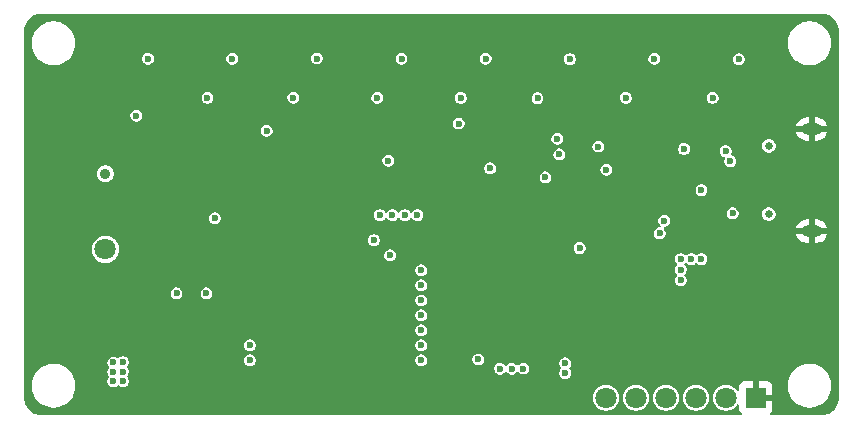
<source format=gbr>
%TF.GenerationSoftware,KiCad,Pcbnew,9.0.6*%
%TF.CreationDate,2026-01-19T16:57:35+01:00*%
%TF.ProjectId,TempWatchtV1,54656d70-5761-4746-9368-7456312e6b69,rev?*%
%TF.SameCoordinates,Original*%
%TF.FileFunction,Copper,L3,Inr*%
%TF.FilePolarity,Positive*%
%FSLAX46Y46*%
G04 Gerber Fmt 4.6, Leading zero omitted, Abs format (unit mm)*
G04 Created by KiCad (PCBNEW 9.0.6) date 2026-01-19 16:57:35*
%MOMM*%
%LPD*%
G01*
G04 APERTURE LIST*
%TA.AperFunction,ComponentPad*%
%ADD10C,1.800000*%
%TD*%
%TA.AperFunction,ComponentPad*%
%ADD11C,0.900000*%
%TD*%
%TA.AperFunction,ComponentPad*%
%ADD12R,1.800000X1.800000*%
%TD*%
%TA.AperFunction,ComponentPad*%
%ADD13C,0.650000*%
%TD*%
%TA.AperFunction,ComponentPad*%
%ADD14O,1.700000X1.000000*%
%TD*%
%TA.AperFunction,ViaPad*%
%ADD15C,0.600000*%
%TD*%
G04 APERTURE END LIST*
D10*
%TO.N,*%
%TO.C,CN11*%
X112380000Y-110455348D03*
D11*
X112380000Y-104055348D03*
%TD*%
D12*
%TO.N,GND*%
%TO.C,H1*%
X167460000Y-123010000D03*
D10*
%TO.N,unconnected-(H1-CTS#-Pad2)*%
X164920000Y-123010000D03*
%TO.N,VBUS*%
X162380000Y-123010000D03*
%TO.N,/esp32S3/RX*%
X159840000Y-123010000D03*
%TO.N,/esp32S3/TX*%
X157300000Y-123010000D03*
%TO.N,unconnected-(H1-RTS#-Pad6)*%
X154760000Y-123010000D03*
%TD*%
D13*
%TO.N,*%
%TO.C,U5*%
X168550000Y-107475000D03*
X168550000Y-101695000D03*
D14*
%TO.N,GND*%
X172200000Y-108905000D03*
X172200000Y-100265000D03*
%TD*%
D15*
%TO.N,/Connector/Temp1*%
X139120000Y-116037500D03*
X115000000Y-99132152D03*
%TO.N,/Connector/Temp2*%
X121025000Y-97632152D03*
X139120000Y-114780000D03*
%TO.N,/Connector/Temp3*%
X128300000Y-97607152D03*
X139120000Y-113505000D03*
%TO.N,/Connector/Temp4*%
X139120000Y-112230000D03*
X135400000Y-97625000D03*
%TO.N,/Connector/Temp5*%
X142475000Y-97632152D03*
X135630000Y-107555000D03*
%TO.N,/Connector/Temp6*%
X136685000Y-107555000D03*
X148975000Y-97657152D03*
%TO.N,/Connector/Temp7*%
X156450000Y-97627500D03*
X137740000Y-107555000D03*
%TO.N,/Connector/Temp8*%
X138795000Y-107555000D03*
X163800000Y-97632152D03*
%TO.N,GND*%
X132575000Y-115245000D03*
X114440000Y-118000000D03*
X132565000Y-113875000D03*
X133975000Y-117985000D03*
X133965000Y-113875000D03*
X114060000Y-105080000D03*
X110950000Y-101500000D03*
X115110000Y-105090000D03*
X112190000Y-101500000D03*
X135325000Y-116645000D03*
X135345000Y-115235000D03*
X112940000Y-118000000D03*
X131215000Y-116635000D03*
X111940000Y-118000000D03*
X132565000Y-116635000D03*
X133965000Y-115235000D03*
X114440000Y-119000000D03*
X112990000Y-105050000D03*
X131215000Y-115245000D03*
X133975000Y-116635000D03*
X132565000Y-117995000D03*
%TO.N,+3.3V*%
X144955000Y-103595000D03*
X144575000Y-94307848D03*
X162000000Y-111275000D03*
X161100000Y-111275000D03*
X166012857Y-94372500D03*
X161100000Y-112175000D03*
X151310000Y-120110000D03*
X126040000Y-100420000D03*
X151315000Y-120930000D03*
X113060000Y-120030000D03*
X158860000Y-94320000D03*
X115995714Y-94317848D03*
X130285714Y-94297848D03*
X113870000Y-121610000D03*
X113870000Y-120810000D03*
X123125714Y-94307848D03*
X152540000Y-110340000D03*
X161100000Y-113075000D03*
X146795000Y-120555000D03*
X151714286Y-94340705D03*
X137455000Y-94307848D03*
X162850000Y-111275000D03*
X113060000Y-120830000D03*
X113870000Y-120010000D03*
X113060000Y-121610000D03*
X147760000Y-120550000D03*
X145795000Y-120555000D03*
%TO.N,VBUS*%
X161380000Y-101955000D03*
X165500000Y-107408000D03*
X164900000Y-102135000D03*
%TO.N,/esp32S3/TX*%
X159320000Y-109105000D03*
X124620000Y-119847500D03*
%TO.N,/esp32S3/RX*%
X124620000Y-118577500D03*
X159700000Y-108035000D03*
%TO.N,/esp32S3/BOOT*%
X121645000Y-107830000D03*
X143950000Y-119780760D03*
%TO.N,Net-(U5-SBU1)*%
X165300000Y-102985000D03*
X162850000Y-105435000D03*
%TO.N,Net-(U7-PG)*%
X120940000Y-114180000D03*
X118407351Y-114180000D03*
%TO.N,/CAN/MISO*%
X154120000Y-101750000D03*
X139120000Y-118577500D03*
%TO.N,/CAN/MOSI*%
X139120000Y-117307500D03*
X150820000Y-102410000D03*
%TO.N,/CAN/SCK*%
X154795000Y-103710000D03*
X139120000Y-119847500D03*
%TO.N,/CAN/CAN_CS*%
X150650000Y-101100000D03*
X135120000Y-109680000D03*
%TO.N,/CAN/TXCAN*%
X136340000Y-102940000D03*
X142295000Y-99805000D03*
%TO.N,/CAN/CAN_IN*%
X149645000Y-104360000D03*
X136495000Y-110955000D03*
%TD*%
%TA.AperFunction,Conductor*%
%TO.N,GND*%
G36*
X173004418Y-90500816D02*
G01*
X173204561Y-90515130D01*
X173222063Y-90517647D01*
X173413797Y-90559355D01*
X173430755Y-90564334D01*
X173614609Y-90632909D01*
X173630701Y-90640259D01*
X173802904Y-90734288D01*
X173817784Y-90743849D01*
X173974867Y-90861441D01*
X173988237Y-90873027D01*
X174126972Y-91011762D01*
X174138558Y-91025132D01*
X174255360Y-91181161D01*
X174256146Y-91182210D01*
X174265711Y-91197095D01*
X174359740Y-91369298D01*
X174367090Y-91385390D01*
X174435662Y-91569236D01*
X174440646Y-91586212D01*
X174482351Y-91777931D01*
X174484869Y-91795442D01*
X174499184Y-91995580D01*
X174499500Y-92004427D01*
X174499500Y-122995572D01*
X174499184Y-123004419D01*
X174484869Y-123204557D01*
X174482351Y-123222068D01*
X174440646Y-123413787D01*
X174435662Y-123430763D01*
X174367090Y-123614609D01*
X174359740Y-123630701D01*
X174265711Y-123802904D01*
X174256146Y-123817789D01*
X174138558Y-123974867D01*
X174126972Y-123988237D01*
X173988237Y-124126972D01*
X173974867Y-124138558D01*
X173817789Y-124256146D01*
X173802904Y-124265711D01*
X173630701Y-124359740D01*
X173614609Y-124367090D01*
X173430763Y-124435662D01*
X173413787Y-124440646D01*
X173222068Y-124482351D01*
X173204557Y-124484869D01*
X173023779Y-124497799D01*
X173004417Y-124499184D01*
X172995572Y-124499500D01*
X168779418Y-124499500D01*
X168712379Y-124479815D01*
X168666624Y-124427011D01*
X168656680Y-124357853D01*
X168685705Y-124294297D01*
X168705107Y-124276234D01*
X168717187Y-124267190D01*
X168717190Y-124267187D01*
X168803350Y-124152093D01*
X168803354Y-124152086D01*
X168853596Y-124017379D01*
X168853598Y-124017372D01*
X168859999Y-123957844D01*
X168860000Y-123957827D01*
X168860000Y-123260000D01*
X168008481Y-123260000D01*
X168019110Y-123241591D01*
X168059999Y-123088991D01*
X168059999Y-122931009D01*
X168019110Y-122778409D01*
X168008481Y-122760000D01*
X168860000Y-122760000D01*
X168860000Y-122062172D01*
X168859999Y-122062155D01*
X168853598Y-122002627D01*
X168853596Y-122002620D01*
X168822030Y-121917986D01*
X168807381Y-121878711D01*
X170149500Y-121878711D01*
X170149500Y-122121288D01*
X170176339Y-122325159D01*
X170181162Y-122361789D01*
X170200300Y-122433211D01*
X170243947Y-122596104D01*
X170336773Y-122820205D01*
X170336776Y-122820212D01*
X170458064Y-123030289D01*
X170458066Y-123030292D01*
X170458067Y-123030293D01*
X170605733Y-123222736D01*
X170605739Y-123222743D01*
X170777256Y-123394260D01*
X170777263Y-123394266D01*
X170814004Y-123422458D01*
X170969711Y-123541936D01*
X171179788Y-123663224D01*
X171403900Y-123756054D01*
X171638211Y-123818838D01*
X171818586Y-123842584D01*
X171878711Y-123850500D01*
X171878712Y-123850500D01*
X172121289Y-123850500D01*
X172169388Y-123844167D01*
X172361789Y-123818838D01*
X172596100Y-123756054D01*
X172820212Y-123663224D01*
X173030289Y-123541936D01*
X173222738Y-123394265D01*
X173394265Y-123222738D01*
X173541936Y-123030289D01*
X173663224Y-122820212D01*
X173756054Y-122596100D01*
X173818838Y-122361789D01*
X173850500Y-122121288D01*
X173850500Y-121878712D01*
X173818838Y-121638211D01*
X173756054Y-121403900D01*
X173663224Y-121179788D01*
X173541936Y-120969711D01*
X173457691Y-120859921D01*
X173394266Y-120777263D01*
X173394260Y-120777256D01*
X173222743Y-120605739D01*
X173222736Y-120605733D01*
X173030293Y-120458067D01*
X173030292Y-120458066D01*
X173030289Y-120458064D01*
X172829813Y-120342319D01*
X172820214Y-120336777D01*
X172820205Y-120336773D01*
X172596104Y-120243947D01*
X172443983Y-120203186D01*
X172361789Y-120181162D01*
X172361788Y-120181161D01*
X172361785Y-120181161D01*
X172121289Y-120149500D01*
X172121288Y-120149500D01*
X171878712Y-120149500D01*
X171878711Y-120149500D01*
X171638214Y-120181161D01*
X171403895Y-120243947D01*
X171179794Y-120336773D01*
X171179785Y-120336777D01*
X170969706Y-120458067D01*
X170777263Y-120605733D01*
X170777256Y-120605739D01*
X170605739Y-120777256D01*
X170605733Y-120777263D01*
X170458067Y-120969706D01*
X170336777Y-121179785D01*
X170336773Y-121179794D01*
X170243947Y-121403895D01*
X170181161Y-121638214D01*
X170149500Y-121878711D01*
X168807381Y-121878711D01*
X168803354Y-121867913D01*
X168803350Y-121867906D01*
X168717190Y-121752812D01*
X168717187Y-121752809D01*
X168602093Y-121666649D01*
X168602086Y-121666645D01*
X168467379Y-121616403D01*
X168467372Y-121616401D01*
X168407844Y-121610000D01*
X167710000Y-121610000D01*
X167710000Y-122461518D01*
X167691591Y-122450890D01*
X167538991Y-122410001D01*
X167381009Y-122410001D01*
X167228409Y-122450890D01*
X167210000Y-122461518D01*
X167210000Y-121610000D01*
X166512155Y-121610000D01*
X166452627Y-121616401D01*
X166452620Y-121616403D01*
X166317913Y-121666645D01*
X166317906Y-121666649D01*
X166202812Y-121752809D01*
X166202809Y-121752812D01*
X166116649Y-121867906D01*
X166116645Y-121867913D01*
X166066403Y-122002620D01*
X166066401Y-122002627D01*
X166060000Y-122062155D01*
X166060000Y-122325159D01*
X166040315Y-122392198D01*
X165987511Y-122437953D01*
X165918353Y-122447897D01*
X165854797Y-122418872D01*
X165835682Y-122398045D01*
X165803281Y-122353450D01*
X165759414Y-122293072D01*
X165636928Y-122170586D01*
X165496788Y-122068768D01*
X165342445Y-121990127D01*
X165177701Y-121936598D01*
X165177699Y-121936597D01*
X165177698Y-121936597D01*
X165046271Y-121915781D01*
X165006611Y-121909500D01*
X164833389Y-121909500D01*
X164793728Y-121915781D01*
X164662302Y-121936597D01*
X164497552Y-121990128D01*
X164343211Y-122068768D01*
X164332718Y-122076392D01*
X164203072Y-122170586D01*
X164203070Y-122170588D01*
X164203069Y-122170588D01*
X164080588Y-122293069D01*
X164080588Y-122293070D01*
X164080586Y-122293072D01*
X164036859Y-122353256D01*
X163978768Y-122433211D01*
X163900128Y-122587552D01*
X163846597Y-122752302D01*
X163819500Y-122923389D01*
X163819500Y-123096610D01*
X163842462Y-123241591D01*
X163846598Y-123267701D01*
X163900127Y-123432445D01*
X163978768Y-123586788D01*
X164080586Y-123726928D01*
X164203072Y-123849414D01*
X164343212Y-123951232D01*
X164497555Y-124029873D01*
X164662299Y-124083402D01*
X164833389Y-124110500D01*
X164833390Y-124110500D01*
X165006610Y-124110500D01*
X165006611Y-124110500D01*
X165177701Y-124083402D01*
X165342445Y-124029873D01*
X165496788Y-123951232D01*
X165636928Y-123849414D01*
X165759414Y-123726928D01*
X165835682Y-123621953D01*
X165891012Y-123579289D01*
X165960626Y-123573310D01*
X166022421Y-123605916D01*
X166056778Y-123666755D01*
X166060000Y-123694840D01*
X166060000Y-123957844D01*
X166066401Y-124017372D01*
X166066403Y-124017379D01*
X166116645Y-124152086D01*
X166116649Y-124152093D01*
X166202809Y-124267187D01*
X166202812Y-124267190D01*
X166214893Y-124276234D01*
X166256764Y-124332168D01*
X166261748Y-124401859D01*
X166228262Y-124463182D01*
X166166939Y-124496666D01*
X166140582Y-124499500D01*
X107004428Y-124499500D01*
X106995582Y-124499184D01*
X106973622Y-124497613D01*
X106795442Y-124484869D01*
X106777931Y-124482351D01*
X106586212Y-124440646D01*
X106569236Y-124435662D01*
X106385390Y-124367090D01*
X106369298Y-124359740D01*
X106197095Y-124265711D01*
X106182210Y-124256146D01*
X106025132Y-124138558D01*
X106011762Y-124126972D01*
X105873027Y-123988237D01*
X105861441Y-123974867D01*
X105843747Y-123951231D01*
X105743849Y-123817784D01*
X105734288Y-123802904D01*
X105640259Y-123630701D01*
X105632909Y-123614609D01*
X105605803Y-123541936D01*
X105564334Y-123430755D01*
X105559355Y-123413797D01*
X105517647Y-123222063D01*
X105515130Y-123204556D01*
X105500816Y-123004418D01*
X105500500Y-122995572D01*
X105500500Y-121878711D01*
X106149500Y-121878711D01*
X106149500Y-122121288D01*
X106176339Y-122325159D01*
X106181162Y-122361789D01*
X106200300Y-122433211D01*
X106243947Y-122596104D01*
X106336773Y-122820205D01*
X106336776Y-122820212D01*
X106458064Y-123030289D01*
X106458066Y-123030292D01*
X106458067Y-123030293D01*
X106605733Y-123222736D01*
X106605739Y-123222743D01*
X106777256Y-123394260D01*
X106777263Y-123394266D01*
X106814004Y-123422458D01*
X106969711Y-123541936D01*
X107179788Y-123663224D01*
X107403900Y-123756054D01*
X107638211Y-123818838D01*
X107818586Y-123842584D01*
X107878711Y-123850500D01*
X107878712Y-123850500D01*
X108121289Y-123850500D01*
X108169388Y-123844167D01*
X108361789Y-123818838D01*
X108596100Y-123756054D01*
X108820212Y-123663224D01*
X109030289Y-123541936D01*
X109222738Y-123394265D01*
X109394265Y-123222738D01*
X109541936Y-123030289D01*
X109603655Y-122923389D01*
X153659500Y-122923389D01*
X153659500Y-123096610D01*
X153682462Y-123241591D01*
X153686598Y-123267701D01*
X153740127Y-123432445D01*
X153818768Y-123586788D01*
X153920586Y-123726928D01*
X154043072Y-123849414D01*
X154183212Y-123951232D01*
X154337555Y-124029873D01*
X154502299Y-124083402D01*
X154673389Y-124110500D01*
X154673390Y-124110500D01*
X154846610Y-124110500D01*
X154846611Y-124110500D01*
X155017701Y-124083402D01*
X155182445Y-124029873D01*
X155336788Y-123951232D01*
X155476928Y-123849414D01*
X155599414Y-123726928D01*
X155701232Y-123586788D01*
X155779873Y-123432445D01*
X155833402Y-123267701D01*
X155860500Y-123096611D01*
X155860500Y-122923389D01*
X156199500Y-122923389D01*
X156199500Y-123096610D01*
X156222462Y-123241591D01*
X156226598Y-123267701D01*
X156280127Y-123432445D01*
X156358768Y-123586788D01*
X156460586Y-123726928D01*
X156583072Y-123849414D01*
X156723212Y-123951232D01*
X156877555Y-124029873D01*
X157042299Y-124083402D01*
X157213389Y-124110500D01*
X157213390Y-124110500D01*
X157386610Y-124110500D01*
X157386611Y-124110500D01*
X157557701Y-124083402D01*
X157722445Y-124029873D01*
X157876788Y-123951232D01*
X158016928Y-123849414D01*
X158139414Y-123726928D01*
X158241232Y-123586788D01*
X158319873Y-123432445D01*
X158373402Y-123267701D01*
X158400500Y-123096611D01*
X158400500Y-122923389D01*
X158739500Y-122923389D01*
X158739500Y-123096610D01*
X158762462Y-123241591D01*
X158766598Y-123267701D01*
X158820127Y-123432445D01*
X158898768Y-123586788D01*
X159000586Y-123726928D01*
X159123072Y-123849414D01*
X159263212Y-123951232D01*
X159417555Y-124029873D01*
X159582299Y-124083402D01*
X159753389Y-124110500D01*
X159753390Y-124110500D01*
X159926610Y-124110500D01*
X159926611Y-124110500D01*
X160097701Y-124083402D01*
X160262445Y-124029873D01*
X160416788Y-123951232D01*
X160556928Y-123849414D01*
X160679414Y-123726928D01*
X160781232Y-123586788D01*
X160859873Y-123432445D01*
X160913402Y-123267701D01*
X160940500Y-123096611D01*
X160940500Y-122923389D01*
X161279500Y-122923389D01*
X161279500Y-123096610D01*
X161302462Y-123241591D01*
X161306598Y-123267701D01*
X161360127Y-123432445D01*
X161438768Y-123586788D01*
X161540586Y-123726928D01*
X161663072Y-123849414D01*
X161803212Y-123951232D01*
X161957555Y-124029873D01*
X162122299Y-124083402D01*
X162293389Y-124110500D01*
X162293390Y-124110500D01*
X162466610Y-124110500D01*
X162466611Y-124110500D01*
X162637701Y-124083402D01*
X162802445Y-124029873D01*
X162956788Y-123951232D01*
X163096928Y-123849414D01*
X163219414Y-123726928D01*
X163321232Y-123586788D01*
X163399873Y-123432445D01*
X163453402Y-123267701D01*
X163480500Y-123096611D01*
X163480500Y-122923389D01*
X163453402Y-122752299D01*
X163399873Y-122587555D01*
X163321232Y-122433212D01*
X163219414Y-122293072D01*
X163096928Y-122170586D01*
X162956788Y-122068768D01*
X162802445Y-121990127D01*
X162637701Y-121936598D01*
X162637699Y-121936597D01*
X162637698Y-121936597D01*
X162506271Y-121915781D01*
X162466611Y-121909500D01*
X162293389Y-121909500D01*
X162253728Y-121915781D01*
X162122302Y-121936597D01*
X161957552Y-121990128D01*
X161803211Y-122068768D01*
X161792718Y-122076392D01*
X161663072Y-122170586D01*
X161663070Y-122170588D01*
X161663069Y-122170588D01*
X161540588Y-122293069D01*
X161540588Y-122293070D01*
X161540586Y-122293072D01*
X161496859Y-122353256D01*
X161438768Y-122433211D01*
X161360128Y-122587552D01*
X161306597Y-122752302D01*
X161279500Y-122923389D01*
X160940500Y-122923389D01*
X160913402Y-122752299D01*
X160859873Y-122587555D01*
X160781232Y-122433212D01*
X160679414Y-122293072D01*
X160556928Y-122170586D01*
X160416788Y-122068768D01*
X160262445Y-121990127D01*
X160097701Y-121936598D01*
X160097699Y-121936597D01*
X160097698Y-121936597D01*
X159966271Y-121915781D01*
X159926611Y-121909500D01*
X159753389Y-121909500D01*
X159713728Y-121915781D01*
X159582302Y-121936597D01*
X159417552Y-121990128D01*
X159263211Y-122068768D01*
X159252718Y-122076392D01*
X159123072Y-122170586D01*
X159123070Y-122170588D01*
X159123069Y-122170588D01*
X159000588Y-122293069D01*
X159000588Y-122293070D01*
X159000586Y-122293072D01*
X158956859Y-122353256D01*
X158898768Y-122433211D01*
X158820128Y-122587552D01*
X158766597Y-122752302D01*
X158739500Y-122923389D01*
X158400500Y-122923389D01*
X158373402Y-122752299D01*
X158319873Y-122587555D01*
X158241232Y-122433212D01*
X158139414Y-122293072D01*
X158016928Y-122170586D01*
X157876788Y-122068768D01*
X157722445Y-121990127D01*
X157557701Y-121936598D01*
X157557699Y-121936597D01*
X157557698Y-121936597D01*
X157426271Y-121915781D01*
X157386611Y-121909500D01*
X157213389Y-121909500D01*
X157173728Y-121915781D01*
X157042302Y-121936597D01*
X156877552Y-121990128D01*
X156723211Y-122068768D01*
X156712718Y-122076392D01*
X156583072Y-122170586D01*
X156583070Y-122170588D01*
X156583069Y-122170588D01*
X156460588Y-122293069D01*
X156460588Y-122293070D01*
X156460586Y-122293072D01*
X156416859Y-122353256D01*
X156358768Y-122433211D01*
X156280128Y-122587552D01*
X156226597Y-122752302D01*
X156199500Y-122923389D01*
X155860500Y-122923389D01*
X155833402Y-122752299D01*
X155779873Y-122587555D01*
X155701232Y-122433212D01*
X155599414Y-122293072D01*
X155476928Y-122170586D01*
X155336788Y-122068768D01*
X155182445Y-121990127D01*
X155017701Y-121936598D01*
X155017699Y-121936597D01*
X155017698Y-121936597D01*
X154886271Y-121915781D01*
X154846611Y-121909500D01*
X154673389Y-121909500D01*
X154633728Y-121915781D01*
X154502302Y-121936597D01*
X154337552Y-121990128D01*
X154183211Y-122068768D01*
X154172718Y-122076392D01*
X154043072Y-122170586D01*
X154043070Y-122170588D01*
X154043069Y-122170588D01*
X153920588Y-122293069D01*
X153920588Y-122293070D01*
X153920586Y-122293072D01*
X153876859Y-122353256D01*
X153818768Y-122433211D01*
X153740128Y-122587552D01*
X153686597Y-122752302D01*
X153659500Y-122923389D01*
X109603655Y-122923389D01*
X109663224Y-122820212D01*
X109756054Y-122596100D01*
X109818838Y-122361789D01*
X109850500Y-122121288D01*
X109850500Y-121878712D01*
X109818838Y-121638211D01*
X109756054Y-121403900D01*
X109663224Y-121179788D01*
X109541936Y-120969711D01*
X109457691Y-120859921D01*
X109394266Y-120777263D01*
X109394260Y-120777256D01*
X109222743Y-120605739D01*
X109222736Y-120605733D01*
X109030293Y-120458067D01*
X109030292Y-120458066D01*
X109030289Y-120458064D01*
X108829813Y-120342319D01*
X108820214Y-120336777D01*
X108820205Y-120336773D01*
X108596104Y-120243947D01*
X108443983Y-120203186D01*
X108361789Y-120181162D01*
X108361788Y-120181161D01*
X108361785Y-120181161D01*
X108121289Y-120149500D01*
X108121288Y-120149500D01*
X107878712Y-120149500D01*
X107878711Y-120149500D01*
X107638214Y-120181161D01*
X107403895Y-120243947D01*
X107179794Y-120336773D01*
X107179785Y-120336777D01*
X106969706Y-120458067D01*
X106777263Y-120605733D01*
X106777256Y-120605739D01*
X106605739Y-120777256D01*
X106605733Y-120777263D01*
X106458067Y-120969706D01*
X106336777Y-121179785D01*
X106336773Y-121179794D01*
X106243947Y-121403895D01*
X106181161Y-121638214D01*
X106149500Y-121878711D01*
X105500500Y-121878711D01*
X105500500Y-119964108D01*
X112559500Y-119964108D01*
X112559500Y-120095892D01*
X112576554Y-120159539D01*
X112593608Y-120223187D01*
X112607934Y-120247999D01*
X112659500Y-120337314D01*
X112659502Y-120337316D01*
X112664505Y-120342319D01*
X112697990Y-120403642D01*
X112693006Y-120473334D01*
X112664505Y-120517681D01*
X112659502Y-120522683D01*
X112659500Y-120522686D01*
X112593608Y-120636812D01*
X112580544Y-120685569D01*
X112559500Y-120764108D01*
X112559500Y-120895892D01*
X112575472Y-120955500D01*
X112593608Y-121023187D01*
X112626554Y-121080250D01*
X112659500Y-121137314D01*
X112659503Y-121137317D01*
X112664447Y-121143760D01*
X112661843Y-121145757D01*
X112687990Y-121193642D01*
X112683006Y-121263334D01*
X112662713Y-121294909D01*
X112664447Y-121296240D01*
X112659500Y-121302686D01*
X112593608Y-121416812D01*
X112559500Y-121544108D01*
X112559500Y-121675891D01*
X112593608Y-121803187D01*
X112626554Y-121860250D01*
X112659500Y-121917314D01*
X112752686Y-122010500D01*
X112866814Y-122076392D01*
X112994108Y-122110500D01*
X112994110Y-122110500D01*
X113125890Y-122110500D01*
X113125892Y-122110500D01*
X113253186Y-122076392D01*
X113367314Y-122010500D01*
X113377319Y-122000495D01*
X113438642Y-121967010D01*
X113508334Y-121971994D01*
X113552681Y-122000495D01*
X113562686Y-122010500D01*
X113676814Y-122076392D01*
X113804108Y-122110500D01*
X113804110Y-122110500D01*
X113935890Y-122110500D01*
X113935892Y-122110500D01*
X114063186Y-122076392D01*
X114177314Y-122010500D01*
X114270500Y-121917314D01*
X114336392Y-121803186D01*
X114370500Y-121675892D01*
X114370500Y-121544108D01*
X114336392Y-121416814D01*
X114270500Y-121302686D01*
X114265495Y-121297681D01*
X114232010Y-121236358D01*
X114236994Y-121166666D01*
X114265495Y-121122319D01*
X114270500Y-121117314D01*
X114336392Y-121003186D01*
X114370500Y-120875892D01*
X114370500Y-120744108D01*
X114336392Y-120616814D01*
X114335859Y-120615890D01*
X114295958Y-120546779D01*
X114295952Y-120546770D01*
X114270500Y-120502686D01*
X114257094Y-120489280D01*
X114256978Y-120489108D01*
X145294500Y-120489108D01*
X145294500Y-120620891D01*
X145328608Y-120748187D01*
X145361554Y-120805250D01*
X145394500Y-120862314D01*
X145487686Y-120955500D01*
X145601814Y-121021392D01*
X145729108Y-121055500D01*
X145729110Y-121055500D01*
X145860890Y-121055500D01*
X145860892Y-121055500D01*
X145988186Y-121021392D01*
X146102314Y-120955500D01*
X146195500Y-120862314D01*
X146195504Y-120862306D01*
X146196625Y-120860847D01*
X146197892Y-120859921D01*
X146201247Y-120856567D01*
X146201770Y-120857090D01*
X146253053Y-120819645D01*
X146322799Y-120815491D01*
X146383719Y-120849704D01*
X146393375Y-120860847D01*
X146394498Y-120862311D01*
X146394500Y-120862314D01*
X146487686Y-120955500D01*
X146601814Y-121021392D01*
X146729108Y-121055500D01*
X146729110Y-121055500D01*
X146860890Y-121055500D01*
X146860892Y-121055500D01*
X146988186Y-121021392D01*
X147102314Y-120955500D01*
X147192319Y-120865495D01*
X147253642Y-120832010D01*
X147323334Y-120836994D01*
X147367681Y-120865495D01*
X147452686Y-120950500D01*
X147566814Y-121016392D01*
X147694108Y-121050500D01*
X147694110Y-121050500D01*
X147825890Y-121050500D01*
X147825892Y-121050500D01*
X147953186Y-121016392D01*
X148067314Y-120950500D01*
X148160500Y-120857314D01*
X148226392Y-120743186D01*
X148260500Y-120615892D01*
X148260500Y-120484108D01*
X148226392Y-120356814D01*
X148160500Y-120242686D01*
X148067314Y-120149500D01*
X148002672Y-120112179D01*
X147953187Y-120083608D01*
X147844552Y-120054500D01*
X147825892Y-120049500D01*
X147694108Y-120049500D01*
X147566812Y-120083608D01*
X147452686Y-120149500D01*
X147452683Y-120149502D01*
X147362681Y-120239505D01*
X147301358Y-120272990D01*
X147231666Y-120268006D01*
X147187319Y-120239505D01*
X147102316Y-120154502D01*
X147102314Y-120154500D01*
X147045250Y-120121554D01*
X146988187Y-120088608D01*
X146924539Y-120071554D01*
X146860892Y-120054500D01*
X146729108Y-120054500D01*
X146601812Y-120088608D01*
X146487686Y-120154500D01*
X146487683Y-120154502D01*
X146394498Y-120247687D01*
X146393370Y-120249158D01*
X146392102Y-120250083D01*
X146388753Y-120253433D01*
X146388230Y-120252910D01*
X146336940Y-120290356D01*
X146267193Y-120294506D01*
X146206275Y-120260289D01*
X146196630Y-120249158D01*
X146195501Y-120247687D01*
X146102316Y-120154502D01*
X146102314Y-120154500D01*
X146045250Y-120121554D01*
X145988187Y-120088608D01*
X145924539Y-120071554D01*
X145860892Y-120054500D01*
X145729108Y-120054500D01*
X145601812Y-120088608D01*
X145487686Y-120154500D01*
X145487683Y-120154502D01*
X145394502Y-120247683D01*
X145394500Y-120247686D01*
X145328608Y-120361812D01*
X145294500Y-120489108D01*
X114256978Y-120489108D01*
X114250442Y-120479438D01*
X114243289Y-120457014D01*
X114232010Y-120436358D01*
X114232868Y-120424346D01*
X114229209Y-120412873D01*
X114235315Y-120390141D01*
X114236994Y-120366666D01*
X114244944Y-120354295D01*
X114247335Y-120345395D01*
X114255328Y-120338137D01*
X114265495Y-120322319D01*
X114270500Y-120317314D01*
X114336392Y-120203186D01*
X114370500Y-120075892D01*
X114370500Y-119944108D01*
X114336392Y-119816814D01*
X114316066Y-119781608D01*
X124119500Y-119781608D01*
X124119500Y-119913392D01*
X124120417Y-119916814D01*
X124153608Y-120040687D01*
X124180969Y-120088076D01*
X124219500Y-120154814D01*
X124312686Y-120248000D01*
X124426814Y-120313892D01*
X124554108Y-120348000D01*
X124554110Y-120348000D01*
X124685890Y-120348000D01*
X124685892Y-120348000D01*
X124813186Y-120313892D01*
X124927314Y-120248000D01*
X125020500Y-120154814D01*
X125086392Y-120040686D01*
X125120500Y-119913392D01*
X125120500Y-119781608D01*
X138619500Y-119781608D01*
X138619500Y-119913392D01*
X138620417Y-119916814D01*
X138653608Y-120040687D01*
X138680969Y-120088076D01*
X138719500Y-120154814D01*
X138812686Y-120248000D01*
X138926814Y-120313892D01*
X139054108Y-120348000D01*
X139054110Y-120348000D01*
X139185890Y-120348000D01*
X139185892Y-120348000D01*
X139313186Y-120313892D01*
X139427314Y-120248000D01*
X139520500Y-120154814D01*
X139586392Y-120040686D01*
X139620500Y-119913392D01*
X139620500Y-119781608D01*
X139602617Y-119714868D01*
X143449500Y-119714868D01*
X143449500Y-119846651D01*
X143483608Y-119973947D01*
X143516554Y-120031010D01*
X143549500Y-120088074D01*
X143642686Y-120181260D01*
X143756814Y-120247152D01*
X143884108Y-120281260D01*
X143884110Y-120281260D01*
X144015890Y-120281260D01*
X144015892Y-120281260D01*
X144143186Y-120247152D01*
X144257314Y-120181260D01*
X144350500Y-120088074D01*
X144375884Y-120044108D01*
X150809500Y-120044108D01*
X150809500Y-120175892D01*
X150816813Y-120203186D01*
X150843608Y-120303187D01*
X150867977Y-120345395D01*
X150909500Y-120417314D01*
X150909502Y-120417316D01*
X150927005Y-120434819D01*
X150960490Y-120496142D01*
X150955506Y-120565834D01*
X150927005Y-120610181D01*
X150914502Y-120622683D01*
X150914500Y-120622686D01*
X150848608Y-120736812D01*
X150816521Y-120856567D01*
X150814500Y-120864108D01*
X150814500Y-120995892D01*
X150830472Y-121055500D01*
X150848608Y-121123187D01*
X150860486Y-121143760D01*
X150914500Y-121237314D01*
X151007686Y-121330500D01*
X151121814Y-121396392D01*
X151249108Y-121430500D01*
X151249110Y-121430500D01*
X151380890Y-121430500D01*
X151380892Y-121430500D01*
X151508186Y-121396392D01*
X151622314Y-121330500D01*
X151715500Y-121237314D01*
X151781392Y-121123186D01*
X151815500Y-120995892D01*
X151815500Y-120864108D01*
X151781392Y-120736814D01*
X151715500Y-120622686D01*
X151708704Y-120615890D01*
X151697993Y-120605178D01*
X151664509Y-120543854D01*
X151669495Y-120474163D01*
X151697993Y-120429820D01*
X151710500Y-120417314D01*
X151776392Y-120303186D01*
X151810500Y-120175892D01*
X151810500Y-120044108D01*
X151776392Y-119916814D01*
X151710500Y-119802686D01*
X151617314Y-119709500D01*
X151528119Y-119658003D01*
X151503187Y-119643608D01*
X151439539Y-119626554D01*
X151375892Y-119609500D01*
X151244108Y-119609500D01*
X151116812Y-119643608D01*
X151002686Y-119709500D01*
X151002683Y-119709502D01*
X150909502Y-119802683D01*
X150909500Y-119802686D01*
X150843608Y-119916812D01*
X150828299Y-119973947D01*
X150809500Y-120044108D01*
X144375884Y-120044108D01*
X144416392Y-119973946D01*
X144450500Y-119846652D01*
X144450500Y-119714868D01*
X144416392Y-119587574D01*
X144350500Y-119473446D01*
X144257314Y-119380260D01*
X144199706Y-119347000D01*
X144143187Y-119314368D01*
X144079539Y-119297314D01*
X144015892Y-119280260D01*
X143884108Y-119280260D01*
X143756812Y-119314368D01*
X143642686Y-119380260D01*
X143642683Y-119380262D01*
X143549502Y-119473443D01*
X143549500Y-119473446D01*
X143483608Y-119587572D01*
X143449500Y-119714868D01*
X139602617Y-119714868D01*
X139586392Y-119654314D01*
X139520500Y-119540186D01*
X139427314Y-119447000D01*
X139370250Y-119414054D01*
X139313187Y-119381108D01*
X139249539Y-119364054D01*
X139185892Y-119347000D01*
X139054108Y-119347000D01*
X138926812Y-119381108D01*
X138812686Y-119447000D01*
X138812683Y-119447002D01*
X138719502Y-119540183D01*
X138719500Y-119540186D01*
X138653608Y-119654312D01*
X138635289Y-119722683D01*
X138619500Y-119781608D01*
X125120500Y-119781608D01*
X125086392Y-119654314D01*
X125020500Y-119540186D01*
X124927314Y-119447000D01*
X124870250Y-119414054D01*
X124813187Y-119381108D01*
X124749539Y-119364054D01*
X124685892Y-119347000D01*
X124554108Y-119347000D01*
X124426812Y-119381108D01*
X124312686Y-119447000D01*
X124312683Y-119447002D01*
X124219502Y-119540183D01*
X124219500Y-119540186D01*
X124153608Y-119654312D01*
X124135289Y-119722683D01*
X124119500Y-119781608D01*
X114316066Y-119781608D01*
X114270500Y-119702686D01*
X114177314Y-119609500D01*
X114097827Y-119563608D01*
X114063187Y-119543608D01*
X113999539Y-119526554D01*
X113935892Y-119509500D01*
X113804108Y-119509500D01*
X113676812Y-119543608D01*
X113562686Y-119609500D01*
X113562685Y-119609500D01*
X113542677Y-119629508D01*
X113481352Y-119662990D01*
X113411661Y-119658003D01*
X113374172Y-119633909D01*
X113373760Y-119634447D01*
X113367316Y-119629502D01*
X113367314Y-119629500D01*
X113294693Y-119587572D01*
X113253187Y-119563608D01*
X113165762Y-119540183D01*
X113125892Y-119529500D01*
X112994108Y-119529500D01*
X112866812Y-119563608D01*
X112752686Y-119629500D01*
X112752683Y-119629502D01*
X112659502Y-119722683D01*
X112659500Y-119722686D01*
X112593608Y-119836812D01*
X112573090Y-119913390D01*
X112559500Y-119964108D01*
X105500500Y-119964108D01*
X105500500Y-118511608D01*
X124119500Y-118511608D01*
X124119500Y-118643391D01*
X124153608Y-118770687D01*
X124186554Y-118827750D01*
X124219500Y-118884814D01*
X124312686Y-118978000D01*
X124426814Y-119043892D01*
X124554108Y-119078000D01*
X124554110Y-119078000D01*
X124685890Y-119078000D01*
X124685892Y-119078000D01*
X124813186Y-119043892D01*
X124927314Y-118978000D01*
X125020500Y-118884814D01*
X125086392Y-118770686D01*
X125120500Y-118643392D01*
X125120500Y-118511608D01*
X138619500Y-118511608D01*
X138619500Y-118643391D01*
X138653608Y-118770687D01*
X138686554Y-118827750D01*
X138719500Y-118884814D01*
X138812686Y-118978000D01*
X138926814Y-119043892D01*
X139054108Y-119078000D01*
X139054110Y-119078000D01*
X139185890Y-119078000D01*
X139185892Y-119078000D01*
X139313186Y-119043892D01*
X139427314Y-118978000D01*
X139520500Y-118884814D01*
X139586392Y-118770686D01*
X139620500Y-118643392D01*
X139620500Y-118511608D01*
X139586392Y-118384314D01*
X139520500Y-118270186D01*
X139427314Y-118177000D01*
X139370250Y-118144054D01*
X139313187Y-118111108D01*
X139249539Y-118094054D01*
X139185892Y-118077000D01*
X139054108Y-118077000D01*
X138926812Y-118111108D01*
X138812686Y-118177000D01*
X138812683Y-118177002D01*
X138719502Y-118270183D01*
X138719500Y-118270186D01*
X138653608Y-118384312D01*
X138619500Y-118511608D01*
X125120500Y-118511608D01*
X125086392Y-118384314D01*
X125020500Y-118270186D01*
X124927314Y-118177000D01*
X124870250Y-118144054D01*
X124813187Y-118111108D01*
X124749539Y-118094054D01*
X124685892Y-118077000D01*
X124554108Y-118077000D01*
X124426812Y-118111108D01*
X124312686Y-118177000D01*
X124312683Y-118177002D01*
X124219502Y-118270183D01*
X124219500Y-118270186D01*
X124153608Y-118384312D01*
X124119500Y-118511608D01*
X105500500Y-118511608D01*
X105500500Y-117241608D01*
X138619500Y-117241608D01*
X138619500Y-117373391D01*
X138653608Y-117500687D01*
X138686554Y-117557750D01*
X138719500Y-117614814D01*
X138812686Y-117708000D01*
X138926814Y-117773892D01*
X139054108Y-117808000D01*
X139054110Y-117808000D01*
X139185890Y-117808000D01*
X139185892Y-117808000D01*
X139313186Y-117773892D01*
X139427314Y-117708000D01*
X139520500Y-117614814D01*
X139586392Y-117500686D01*
X139620500Y-117373392D01*
X139620500Y-117241608D01*
X139586392Y-117114314D01*
X139520500Y-117000186D01*
X139427314Y-116907000D01*
X139370250Y-116874054D01*
X139313187Y-116841108D01*
X139249539Y-116824054D01*
X139185892Y-116807000D01*
X139054108Y-116807000D01*
X138926812Y-116841108D01*
X138812686Y-116907000D01*
X138812683Y-116907002D01*
X138719502Y-117000183D01*
X138719500Y-117000186D01*
X138653608Y-117114312D01*
X138619500Y-117241608D01*
X105500500Y-117241608D01*
X105500500Y-115971608D01*
X138619500Y-115971608D01*
X138619500Y-116103391D01*
X138653608Y-116230687D01*
X138686554Y-116287750D01*
X138719500Y-116344814D01*
X138812686Y-116438000D01*
X138926814Y-116503892D01*
X139054108Y-116538000D01*
X139054110Y-116538000D01*
X139185890Y-116538000D01*
X139185892Y-116538000D01*
X139313186Y-116503892D01*
X139427314Y-116438000D01*
X139520500Y-116344814D01*
X139586392Y-116230686D01*
X139620500Y-116103392D01*
X139620500Y-115971608D01*
X139586392Y-115844314D01*
X139520500Y-115730186D01*
X139427314Y-115637000D01*
X139370250Y-115604054D01*
X139313187Y-115571108D01*
X139249539Y-115554054D01*
X139185892Y-115537000D01*
X139054108Y-115537000D01*
X138926812Y-115571108D01*
X138812686Y-115637000D01*
X138812683Y-115637002D01*
X138719502Y-115730183D01*
X138719500Y-115730186D01*
X138653608Y-115844312D01*
X138619500Y-115971608D01*
X105500500Y-115971608D01*
X105500500Y-114714108D01*
X138619500Y-114714108D01*
X138619500Y-114845891D01*
X138653608Y-114973187D01*
X138686554Y-115030250D01*
X138719500Y-115087314D01*
X138812686Y-115180500D01*
X138926814Y-115246392D01*
X139054108Y-115280500D01*
X139054110Y-115280500D01*
X139185890Y-115280500D01*
X139185892Y-115280500D01*
X139313186Y-115246392D01*
X139427314Y-115180500D01*
X139520500Y-115087314D01*
X139586392Y-114973186D01*
X139620500Y-114845892D01*
X139620500Y-114714108D01*
X139586392Y-114586814D01*
X139520500Y-114472686D01*
X139427314Y-114379500D01*
X139370250Y-114346554D01*
X139313187Y-114313608D01*
X139249539Y-114296554D01*
X139185892Y-114279500D01*
X139054108Y-114279500D01*
X138926812Y-114313608D01*
X138812686Y-114379500D01*
X138812683Y-114379502D01*
X138719502Y-114472683D01*
X138719500Y-114472686D01*
X138653608Y-114586812D01*
X138619500Y-114714108D01*
X105500500Y-114714108D01*
X105500500Y-114114108D01*
X117906851Y-114114108D01*
X117906851Y-114245891D01*
X117940959Y-114373187D01*
X117973905Y-114430250D01*
X118006851Y-114487314D01*
X118100037Y-114580500D01*
X118198872Y-114637563D01*
X118214161Y-114646390D01*
X118214165Y-114646392D01*
X118341459Y-114680500D01*
X118341461Y-114680500D01*
X118473241Y-114680500D01*
X118473243Y-114680500D01*
X118600537Y-114646392D01*
X118714665Y-114580500D01*
X118807851Y-114487314D01*
X118873743Y-114373186D01*
X118907851Y-114245892D01*
X118907851Y-114114108D01*
X120439500Y-114114108D01*
X120439500Y-114245891D01*
X120473608Y-114373187D01*
X120506554Y-114430250D01*
X120539500Y-114487314D01*
X120632686Y-114580500D01*
X120731521Y-114637563D01*
X120746810Y-114646390D01*
X120746814Y-114646392D01*
X120874108Y-114680500D01*
X120874110Y-114680500D01*
X121005890Y-114680500D01*
X121005892Y-114680500D01*
X121133186Y-114646392D01*
X121247314Y-114580500D01*
X121340500Y-114487314D01*
X121406392Y-114373186D01*
X121440500Y-114245892D01*
X121440500Y-114114108D01*
X121406392Y-113986814D01*
X121340500Y-113872686D01*
X121247314Y-113779500D01*
X121190250Y-113746554D01*
X121133187Y-113713608D01*
X121069539Y-113696554D01*
X121005892Y-113679500D01*
X120874108Y-113679500D01*
X120746812Y-113713608D01*
X120632686Y-113779500D01*
X120632683Y-113779502D01*
X120539502Y-113872683D01*
X120539500Y-113872686D01*
X120473608Y-113986812D01*
X120439500Y-114114108D01*
X118907851Y-114114108D01*
X118873743Y-113986814D01*
X118807851Y-113872686D01*
X118714665Y-113779500D01*
X118657601Y-113746554D01*
X118600538Y-113713608D01*
X118536890Y-113696554D01*
X118473243Y-113679500D01*
X118341459Y-113679500D01*
X118214163Y-113713608D01*
X118100037Y-113779500D01*
X118100034Y-113779502D01*
X118006853Y-113872683D01*
X118006851Y-113872686D01*
X117940959Y-113986812D01*
X117906851Y-114114108D01*
X105500500Y-114114108D01*
X105500500Y-113439108D01*
X138619500Y-113439108D01*
X138619500Y-113570892D01*
X138620735Y-113575500D01*
X138653608Y-113698187D01*
X138686554Y-113755250D01*
X138719500Y-113812314D01*
X138812686Y-113905500D01*
X138926814Y-113971392D01*
X139054108Y-114005500D01*
X139054110Y-114005500D01*
X139185890Y-114005500D01*
X139185892Y-114005500D01*
X139313186Y-113971392D01*
X139427314Y-113905500D01*
X139520500Y-113812314D01*
X139586392Y-113698186D01*
X139620500Y-113570892D01*
X139620500Y-113439108D01*
X139586392Y-113311814D01*
X139520500Y-113197686D01*
X139427314Y-113104500D01*
X139370250Y-113071554D01*
X139313187Y-113038608D01*
X139249539Y-113021554D01*
X139185892Y-113004500D01*
X139054108Y-113004500D01*
X138926812Y-113038608D01*
X138812686Y-113104500D01*
X138812683Y-113104502D01*
X138719502Y-113197683D01*
X138719500Y-113197686D01*
X138653608Y-113311812D01*
X138634718Y-113382313D01*
X138619500Y-113439108D01*
X105500500Y-113439108D01*
X105500500Y-112164108D01*
X138619500Y-112164108D01*
X138619500Y-112295891D01*
X138653608Y-112423187D01*
X138686554Y-112480250D01*
X138719500Y-112537314D01*
X138812686Y-112630500D01*
X138926814Y-112696392D01*
X139054108Y-112730500D01*
X139054110Y-112730500D01*
X139185890Y-112730500D01*
X139185892Y-112730500D01*
X139313186Y-112696392D01*
X139427314Y-112630500D01*
X139520500Y-112537314D01*
X139586392Y-112423186D01*
X139620500Y-112295892D01*
X139620500Y-112164108D01*
X139586392Y-112036814D01*
X139520500Y-111922686D01*
X139427314Y-111829500D01*
X139370250Y-111796554D01*
X139313187Y-111763608D01*
X139230270Y-111741391D01*
X139185892Y-111729500D01*
X139054108Y-111729500D01*
X138926812Y-111763608D01*
X138812686Y-111829500D01*
X138812683Y-111829502D01*
X138719502Y-111922683D01*
X138719500Y-111922686D01*
X138653608Y-112036812D01*
X138619500Y-112164108D01*
X105500500Y-112164108D01*
X105500500Y-110364796D01*
X111229500Y-110364796D01*
X111229500Y-110545899D01*
X111257829Y-110724758D01*
X111313787Y-110896984D01*
X111313788Y-110896987D01*
X111349812Y-110967686D01*
X111393497Y-111053422D01*
X111396006Y-111058345D01*
X111502441Y-111204842D01*
X111502445Y-111204847D01*
X111630500Y-111332902D01*
X111630505Y-111332906D01*
X111752296Y-111421391D01*
X111777006Y-111439344D01*
X111882484Y-111493088D01*
X111938360Y-111521559D01*
X111938363Y-111521560D01*
X111994742Y-111539878D01*
X112110591Y-111577519D01*
X112193429Y-111590639D01*
X112289449Y-111605848D01*
X112289454Y-111605848D01*
X112470551Y-111605848D01*
X112558017Y-111591994D01*
X112649409Y-111577519D01*
X112821639Y-111521559D01*
X112982994Y-111439344D01*
X113129501Y-111332901D01*
X113257553Y-111204849D01*
X113363996Y-111058342D01*
X113446211Y-110896987D01*
X113448771Y-110889108D01*
X135994500Y-110889108D01*
X135994500Y-111020892D01*
X136010823Y-111081812D01*
X136028608Y-111148187D01*
X136061318Y-111204842D01*
X136094500Y-111262314D01*
X136187686Y-111355500D01*
X136301814Y-111421392D01*
X136429108Y-111455500D01*
X136429110Y-111455500D01*
X136560890Y-111455500D01*
X136560892Y-111455500D01*
X136688186Y-111421392D01*
X136802314Y-111355500D01*
X136895500Y-111262314D01*
X136926219Y-111209108D01*
X160599500Y-111209108D01*
X160599500Y-111340892D01*
X160603414Y-111355499D01*
X160633608Y-111468187D01*
X160664423Y-111521559D01*
X160699500Y-111582314D01*
X160699502Y-111582316D01*
X160754505Y-111637319D01*
X160787990Y-111698642D01*
X160783006Y-111768334D01*
X160754505Y-111812681D01*
X160699502Y-111867683D01*
X160699500Y-111867686D01*
X160633608Y-111981812D01*
X160599500Y-112109108D01*
X160599500Y-112240891D01*
X160633608Y-112368187D01*
X160665362Y-112423186D01*
X160699500Y-112482314D01*
X160699502Y-112482316D01*
X160754505Y-112537319D01*
X160787990Y-112598642D01*
X160783006Y-112668334D01*
X160754505Y-112712681D01*
X160699502Y-112767683D01*
X160699500Y-112767686D01*
X160633608Y-112881812D01*
X160599500Y-113009108D01*
X160599500Y-113140891D01*
X160633608Y-113268187D01*
X160658797Y-113311814D01*
X160699500Y-113382314D01*
X160792686Y-113475500D01*
X160906814Y-113541392D01*
X161034108Y-113575500D01*
X161034110Y-113575500D01*
X161165890Y-113575500D01*
X161165892Y-113575500D01*
X161293186Y-113541392D01*
X161407314Y-113475500D01*
X161500500Y-113382314D01*
X161566392Y-113268186D01*
X161600500Y-113140892D01*
X161600500Y-113009108D01*
X161566392Y-112881814D01*
X161500500Y-112767686D01*
X161445495Y-112712681D01*
X161412010Y-112651358D01*
X161416994Y-112581666D01*
X161445495Y-112537319D01*
X161445501Y-112537313D01*
X161500500Y-112482314D01*
X161566392Y-112368186D01*
X161600500Y-112240892D01*
X161600500Y-112109108D01*
X161566392Y-111981814D01*
X161500500Y-111867686D01*
X161445495Y-111812681D01*
X161441156Y-111804735D01*
X161433909Y-111799310D01*
X161424674Y-111774550D01*
X161412010Y-111751358D01*
X161412655Y-111742328D01*
X161409492Y-111733846D01*
X161415108Y-111708025D01*
X161416994Y-111681666D01*
X161422812Y-111672612D01*
X161424344Y-111665573D01*
X161445495Y-111637319D01*
X161462319Y-111620495D01*
X161523642Y-111587010D01*
X161593334Y-111591994D01*
X161637681Y-111620495D01*
X161692686Y-111675500D01*
X161806814Y-111741392D01*
X161934108Y-111775500D01*
X161934110Y-111775500D01*
X162065890Y-111775500D01*
X162065892Y-111775500D01*
X162193186Y-111741392D01*
X162307314Y-111675500D01*
X162337319Y-111645495D01*
X162398642Y-111612010D01*
X162468334Y-111616994D01*
X162512681Y-111645495D01*
X162542686Y-111675500D01*
X162656814Y-111741392D01*
X162784108Y-111775500D01*
X162784110Y-111775500D01*
X162915890Y-111775500D01*
X162915892Y-111775500D01*
X163043186Y-111741392D01*
X163157314Y-111675500D01*
X163250500Y-111582314D01*
X163316392Y-111468186D01*
X163350500Y-111340892D01*
X163350500Y-111209108D01*
X163316392Y-111081814D01*
X163250500Y-110967686D01*
X163157314Y-110874500D01*
X163098423Y-110840499D01*
X163043187Y-110808608D01*
X162979539Y-110791554D01*
X162915892Y-110774500D01*
X162784108Y-110774500D01*
X162656812Y-110808608D01*
X162542686Y-110874500D01*
X162542683Y-110874502D01*
X162512681Y-110904505D01*
X162451358Y-110937990D01*
X162381666Y-110933006D01*
X162337319Y-110904505D01*
X162307316Y-110874502D01*
X162307314Y-110874500D01*
X162248423Y-110840499D01*
X162193187Y-110808608D01*
X162129539Y-110791554D01*
X162065892Y-110774500D01*
X161934108Y-110774500D01*
X161806812Y-110808608D01*
X161692686Y-110874500D01*
X161692683Y-110874502D01*
X161637681Y-110929505D01*
X161576358Y-110962990D01*
X161506666Y-110958006D01*
X161462319Y-110929505D01*
X161407316Y-110874502D01*
X161407314Y-110874500D01*
X161348423Y-110840499D01*
X161293187Y-110808608D01*
X161229539Y-110791554D01*
X161165892Y-110774500D01*
X161034108Y-110774500D01*
X160906812Y-110808608D01*
X160792686Y-110874500D01*
X160792683Y-110874502D01*
X160699502Y-110967683D01*
X160699500Y-110967686D01*
X160633608Y-111081812D01*
X160600643Y-111204842D01*
X160599500Y-111209108D01*
X136926219Y-111209108D01*
X136961392Y-111148186D01*
X136995500Y-111020892D01*
X136995500Y-110889108D01*
X136961392Y-110761814D01*
X136895500Y-110647686D01*
X136802314Y-110554500D01*
X136745250Y-110521554D01*
X136688187Y-110488608D01*
X136624539Y-110471554D01*
X136560892Y-110454500D01*
X136429108Y-110454500D01*
X136301812Y-110488608D01*
X136187686Y-110554500D01*
X136187683Y-110554502D01*
X136094502Y-110647683D01*
X136094500Y-110647686D01*
X136028608Y-110761812D01*
X136007524Y-110840500D01*
X135994500Y-110889108D01*
X113448771Y-110889108D01*
X113453517Y-110874502D01*
X113463862Y-110842663D01*
X113486009Y-110774500D01*
X113502171Y-110724757D01*
X113529137Y-110554502D01*
X113530500Y-110545899D01*
X113530500Y-110364796D01*
X113516136Y-110274108D01*
X152039500Y-110274108D01*
X152039500Y-110405891D01*
X152073608Y-110533187D01*
X152106554Y-110590250D01*
X152139500Y-110647314D01*
X152232686Y-110740500D01*
X152346814Y-110806392D01*
X152474108Y-110840500D01*
X152474110Y-110840500D01*
X152605890Y-110840500D01*
X152605892Y-110840500D01*
X152733186Y-110806392D01*
X152847314Y-110740500D01*
X152940500Y-110647314D01*
X153006392Y-110533186D01*
X153040500Y-110405892D01*
X153040500Y-110274108D01*
X153006392Y-110146814D01*
X153006148Y-110146392D01*
X152968105Y-110080500D01*
X152940500Y-110032686D01*
X152847314Y-109939500D01*
X152787557Y-109904999D01*
X152733187Y-109873608D01*
X152653849Y-109852350D01*
X152605892Y-109839500D01*
X152474108Y-109839500D01*
X152346812Y-109873608D01*
X152232686Y-109939500D01*
X152232683Y-109939502D01*
X152139502Y-110032683D01*
X152139500Y-110032686D01*
X152073608Y-110146812D01*
X152039500Y-110274108D01*
X113516136Y-110274108D01*
X113514019Y-110260745D01*
X113502171Y-110185939D01*
X113446211Y-110013709D01*
X113446211Y-110013708D01*
X113408399Y-109939500D01*
X113363996Y-109852354D01*
X113350396Y-109833635D01*
X113257558Y-109705853D01*
X113257554Y-109705848D01*
X113165814Y-109614108D01*
X134619500Y-109614108D01*
X134619500Y-109745891D01*
X134653608Y-109873187D01*
X134671975Y-109904999D01*
X134719500Y-109987314D01*
X134812686Y-110080500D01*
X134926814Y-110146392D01*
X135054108Y-110180500D01*
X135054110Y-110180500D01*
X135185890Y-110180500D01*
X135185892Y-110180500D01*
X135313186Y-110146392D01*
X135427314Y-110080500D01*
X135520500Y-109987314D01*
X135586392Y-109873186D01*
X135620500Y-109745892D01*
X135620500Y-109614108D01*
X135586392Y-109486814D01*
X135520500Y-109372686D01*
X135427314Y-109279500D01*
X135370250Y-109246554D01*
X135313187Y-109213608D01*
X135204761Y-109184556D01*
X135185892Y-109179500D01*
X135054108Y-109179500D01*
X134926812Y-109213608D01*
X134812686Y-109279500D01*
X134812683Y-109279502D01*
X134719502Y-109372683D01*
X134719500Y-109372686D01*
X134653608Y-109486812D01*
X134619500Y-109614108D01*
X113165814Y-109614108D01*
X113129499Y-109577793D01*
X113129494Y-109577789D01*
X112982997Y-109471354D01*
X112982996Y-109471353D01*
X112982994Y-109471352D01*
X112931300Y-109445012D01*
X112821639Y-109389136D01*
X112821636Y-109389135D01*
X112649410Y-109333177D01*
X112470551Y-109304848D01*
X112470546Y-109304848D01*
X112289454Y-109304848D01*
X112289449Y-109304848D01*
X112110589Y-109333177D01*
X111938363Y-109389135D01*
X111938360Y-109389136D01*
X111777002Y-109471354D01*
X111630505Y-109577789D01*
X111630500Y-109577793D01*
X111502445Y-109705848D01*
X111502441Y-109705853D01*
X111396006Y-109852350D01*
X111313788Y-110013708D01*
X111313787Y-110013711D01*
X111257829Y-110185937D01*
X111229500Y-110364796D01*
X105500500Y-110364796D01*
X105500500Y-109039108D01*
X158819500Y-109039108D01*
X158819500Y-109170892D01*
X158826413Y-109196692D01*
X158853608Y-109298187D01*
X158857454Y-109304848D01*
X158919500Y-109412314D01*
X159012686Y-109505500D01*
X159126814Y-109571392D01*
X159254108Y-109605500D01*
X159254110Y-109605500D01*
X159385890Y-109605500D01*
X159385892Y-109605500D01*
X159513186Y-109571392D01*
X159627314Y-109505500D01*
X159720500Y-109412314D01*
X159786392Y-109298186D01*
X159820500Y-109170892D01*
X159820500Y-109039108D01*
X159786392Y-108911814D01*
X159720500Y-108797686D01*
X159669995Y-108747181D01*
X159636510Y-108685858D01*
X159638717Y-108655000D01*
X170880138Y-108655000D01*
X171683013Y-108655000D01*
X171665796Y-108664940D01*
X171609941Y-108720795D01*
X171570445Y-108789204D01*
X171550001Y-108865504D01*
X171550001Y-108944496D01*
X171570445Y-109020796D01*
X171609941Y-109089205D01*
X171665796Y-109145060D01*
X171683013Y-109155000D01*
X170880138Y-109155000D01*
X170888430Y-109196690D01*
X170888430Y-109196692D01*
X170963807Y-109378671D01*
X170963814Y-109378684D01*
X171073248Y-109542462D01*
X171073251Y-109542466D01*
X171212533Y-109681748D01*
X171212537Y-109681751D01*
X171376315Y-109791185D01*
X171376328Y-109791192D01*
X171558306Y-109866569D01*
X171558318Y-109866572D01*
X171751504Y-109904999D01*
X171751508Y-109905000D01*
X171950000Y-109905000D01*
X171950000Y-109205000D01*
X172450000Y-109205000D01*
X172450000Y-109905000D01*
X172648492Y-109905000D01*
X172648495Y-109904999D01*
X172841681Y-109866572D01*
X172841693Y-109866569D01*
X173023671Y-109791192D01*
X173023684Y-109791185D01*
X173187462Y-109681751D01*
X173187466Y-109681748D01*
X173326748Y-109542466D01*
X173326751Y-109542462D01*
X173436185Y-109378684D01*
X173436192Y-109378671D01*
X173511569Y-109196692D01*
X173511569Y-109196690D01*
X173519862Y-109155000D01*
X172716987Y-109155000D01*
X172734204Y-109145060D01*
X172790059Y-109089205D01*
X172829555Y-109020796D01*
X172849999Y-108944496D01*
X172849999Y-108865504D01*
X172829555Y-108789204D01*
X172790059Y-108720795D01*
X172734204Y-108664940D01*
X172716987Y-108655000D01*
X173519862Y-108655000D01*
X173511569Y-108613309D01*
X173511569Y-108613307D01*
X173436192Y-108431328D01*
X173436185Y-108431315D01*
X173326751Y-108267537D01*
X173326748Y-108267533D01*
X173187466Y-108128251D01*
X173187462Y-108128248D01*
X173023684Y-108018814D01*
X173023671Y-108018807D01*
X172841693Y-107943430D01*
X172841681Y-107943427D01*
X172648495Y-107905000D01*
X172450000Y-107905000D01*
X172450000Y-108605000D01*
X171950000Y-108605000D01*
X171950000Y-107905000D01*
X171751504Y-107905000D01*
X171558318Y-107943427D01*
X171558306Y-107943430D01*
X171376328Y-108018807D01*
X171376315Y-108018814D01*
X171212537Y-108128248D01*
X171212533Y-108128251D01*
X171073251Y-108267533D01*
X171073248Y-108267537D01*
X170963814Y-108431315D01*
X170963807Y-108431328D01*
X170888430Y-108613307D01*
X170888430Y-108613309D01*
X170880138Y-108655000D01*
X159638717Y-108655000D01*
X159641494Y-108616166D01*
X159683366Y-108560233D01*
X159748830Y-108535816D01*
X159757676Y-108535500D01*
X159765890Y-108535500D01*
X159765892Y-108535500D01*
X159893186Y-108501392D01*
X160007314Y-108435500D01*
X160100500Y-108342314D01*
X160166392Y-108228186D01*
X160200500Y-108100892D01*
X160200500Y-107969108D01*
X160166392Y-107841814D01*
X160158614Y-107828343D01*
X160147158Y-107808500D01*
X160100500Y-107727686D01*
X160007314Y-107634500D01*
X159949613Y-107601186D01*
X159893187Y-107568608D01*
X159826591Y-107550764D01*
X159765892Y-107534500D01*
X159634108Y-107534500D01*
X159506812Y-107568608D01*
X159392686Y-107634500D01*
X159392683Y-107634502D01*
X159299502Y-107727683D01*
X159299500Y-107727686D01*
X159233608Y-107841812D01*
X159199500Y-107969108D01*
X159199500Y-108100891D01*
X159233608Y-108228187D01*
X159256325Y-108267533D01*
X159299500Y-108342314D01*
X159299502Y-108342316D01*
X159350005Y-108392819D01*
X159383490Y-108454142D01*
X159378506Y-108523834D01*
X159336634Y-108579767D01*
X159271170Y-108604184D01*
X159262324Y-108604500D01*
X159254108Y-108604500D01*
X159126812Y-108638608D01*
X159012686Y-108704500D01*
X159012683Y-108704502D01*
X158919502Y-108797683D01*
X158919500Y-108797686D01*
X158853608Y-108911812D01*
X158844851Y-108944496D01*
X158819500Y-109039108D01*
X105500500Y-109039108D01*
X105500500Y-107764108D01*
X121144500Y-107764108D01*
X121144500Y-107895892D01*
X121160472Y-107955500D01*
X121178608Y-108023187D01*
X121211554Y-108080250D01*
X121244500Y-108137314D01*
X121337686Y-108230500D01*
X121451814Y-108296392D01*
X121579108Y-108330500D01*
X121579110Y-108330500D01*
X121710890Y-108330500D01*
X121710892Y-108330500D01*
X121838186Y-108296392D01*
X121952314Y-108230500D01*
X122045500Y-108137314D01*
X122111392Y-108023186D01*
X122145500Y-107895892D01*
X122145500Y-107764108D01*
X122111392Y-107636814D01*
X122045500Y-107522686D01*
X122011922Y-107489108D01*
X135129500Y-107489108D01*
X135129500Y-107620891D01*
X135163608Y-107748187D01*
X135196554Y-107805250D01*
X135229500Y-107862314D01*
X135322686Y-107955500D01*
X135419300Y-108011280D01*
X135432336Y-108018807D01*
X135436814Y-108021392D01*
X135564108Y-108055500D01*
X135564110Y-108055500D01*
X135695890Y-108055500D01*
X135695892Y-108055500D01*
X135823186Y-108021392D01*
X135937314Y-107955500D01*
X136030500Y-107862314D01*
X136050113Y-107828342D01*
X136100680Y-107780128D01*
X136169287Y-107766904D01*
X136234151Y-107792872D01*
X136264886Y-107828342D01*
X136284500Y-107862314D01*
X136377686Y-107955500D01*
X136474300Y-108011280D01*
X136487336Y-108018807D01*
X136491814Y-108021392D01*
X136619108Y-108055500D01*
X136619110Y-108055500D01*
X136750890Y-108055500D01*
X136750892Y-108055500D01*
X136878186Y-108021392D01*
X136992314Y-107955500D01*
X137085500Y-107862314D01*
X137105113Y-107828342D01*
X137155680Y-107780128D01*
X137224287Y-107766904D01*
X137289151Y-107792872D01*
X137319886Y-107828342D01*
X137339500Y-107862314D01*
X137432686Y-107955500D01*
X137529300Y-108011280D01*
X137542336Y-108018807D01*
X137546814Y-108021392D01*
X137674108Y-108055500D01*
X137674110Y-108055500D01*
X137805890Y-108055500D01*
X137805892Y-108055500D01*
X137933186Y-108021392D01*
X138047314Y-107955500D01*
X138140500Y-107862314D01*
X138160113Y-107828342D01*
X138210680Y-107780128D01*
X138279287Y-107766904D01*
X138344151Y-107792872D01*
X138374886Y-107828342D01*
X138394500Y-107862314D01*
X138487686Y-107955500D01*
X138584300Y-108011280D01*
X138597336Y-108018807D01*
X138601814Y-108021392D01*
X138729108Y-108055500D01*
X138729110Y-108055500D01*
X138860890Y-108055500D01*
X138860892Y-108055500D01*
X138988186Y-108021392D01*
X139102314Y-107955500D01*
X139195500Y-107862314D01*
X139261392Y-107748186D01*
X139295500Y-107620892D01*
X139295500Y-107489108D01*
X139261392Y-107361814D01*
X139250015Y-107342108D01*
X164999500Y-107342108D01*
X164999500Y-107473891D01*
X165033608Y-107601187D01*
X165044985Y-107620892D01*
X165099500Y-107715314D01*
X165192686Y-107808500D01*
X165306814Y-107874392D01*
X165434108Y-107908500D01*
X165434110Y-107908500D01*
X165565890Y-107908500D01*
X165565892Y-107908500D01*
X165693186Y-107874392D01*
X165807314Y-107808500D01*
X165900500Y-107715314D01*
X165966392Y-107601186D01*
X166000500Y-107473892D01*
X166000500Y-107399234D01*
X167974500Y-107399234D01*
X167974500Y-107550765D01*
X168013719Y-107697136D01*
X168043193Y-107748186D01*
X168089485Y-107828365D01*
X168196635Y-107935515D01*
X168327865Y-108011281D01*
X168474234Y-108050500D01*
X168474236Y-108050500D01*
X168625764Y-108050500D01*
X168625766Y-108050500D01*
X168772135Y-108011281D01*
X168903365Y-107935515D01*
X169010515Y-107828365D01*
X169086281Y-107697135D01*
X169125500Y-107550766D01*
X169125500Y-107399234D01*
X169086281Y-107252865D01*
X169010515Y-107121635D01*
X168903365Y-107014485D01*
X168837750Y-106976602D01*
X168772136Y-106938719D01*
X168698950Y-106919109D01*
X168625766Y-106899500D01*
X168474234Y-106899500D01*
X168327863Y-106938719D01*
X168196635Y-107014485D01*
X168196632Y-107014487D01*
X168089487Y-107121632D01*
X168089485Y-107121635D01*
X168013719Y-107252863D01*
X167974500Y-107399234D01*
X166000500Y-107399234D01*
X166000500Y-107342108D01*
X165966392Y-107214814D01*
X165900500Y-107100686D01*
X165807314Y-107007500D01*
X165750250Y-106974554D01*
X165693187Y-106941608D01*
X165629539Y-106924554D01*
X165565892Y-106907500D01*
X165434108Y-106907500D01*
X165306812Y-106941608D01*
X165192686Y-107007500D01*
X165192683Y-107007502D01*
X165099502Y-107100683D01*
X165099500Y-107100686D01*
X165033608Y-107214812D01*
X164999500Y-107342108D01*
X139250015Y-107342108D01*
X139195500Y-107247686D01*
X139102314Y-107154500D01*
X139009106Y-107100686D01*
X138988187Y-107088608D01*
X138924539Y-107071554D01*
X138860892Y-107054500D01*
X138729108Y-107054500D01*
X138601812Y-107088608D01*
X138487686Y-107154500D01*
X138487683Y-107154502D01*
X138394502Y-107247683D01*
X138394500Y-107247686D01*
X138374887Y-107281657D01*
X138324319Y-107329872D01*
X138255712Y-107343094D01*
X138190847Y-107317126D01*
X138160113Y-107281657D01*
X138140500Y-107247686D01*
X138047314Y-107154500D01*
X137954106Y-107100686D01*
X137933187Y-107088608D01*
X137869539Y-107071554D01*
X137805892Y-107054500D01*
X137674108Y-107054500D01*
X137546812Y-107088608D01*
X137432686Y-107154500D01*
X137432683Y-107154502D01*
X137339502Y-107247683D01*
X137339500Y-107247686D01*
X137319887Y-107281657D01*
X137269319Y-107329872D01*
X137200712Y-107343094D01*
X137135847Y-107317126D01*
X137105113Y-107281657D01*
X137085500Y-107247686D01*
X136992314Y-107154500D01*
X136899106Y-107100686D01*
X136878187Y-107088608D01*
X136814539Y-107071554D01*
X136750892Y-107054500D01*
X136619108Y-107054500D01*
X136491812Y-107088608D01*
X136377686Y-107154500D01*
X136377683Y-107154502D01*
X136284502Y-107247683D01*
X136284500Y-107247686D01*
X136264887Y-107281657D01*
X136214319Y-107329872D01*
X136145712Y-107343094D01*
X136080847Y-107317126D01*
X136050113Y-107281657D01*
X136030500Y-107247686D01*
X135937314Y-107154500D01*
X135844106Y-107100686D01*
X135823187Y-107088608D01*
X135759539Y-107071554D01*
X135695892Y-107054500D01*
X135564108Y-107054500D01*
X135436812Y-107088608D01*
X135322686Y-107154500D01*
X135322683Y-107154502D01*
X135229502Y-107247683D01*
X135229500Y-107247686D01*
X135163608Y-107361812D01*
X135129500Y-107489108D01*
X122011922Y-107489108D01*
X121952314Y-107429500D01*
X121895250Y-107396554D01*
X121838187Y-107363608D01*
X121761626Y-107343094D01*
X121710892Y-107329500D01*
X121579108Y-107329500D01*
X121451812Y-107363608D01*
X121337686Y-107429500D01*
X121337683Y-107429502D01*
X121244502Y-107522683D01*
X121244500Y-107522686D01*
X121178608Y-107636812D01*
X121154260Y-107727683D01*
X121144500Y-107764108D01*
X105500500Y-107764108D01*
X105500500Y-105369108D01*
X162349500Y-105369108D01*
X162349500Y-105500891D01*
X162383608Y-105628187D01*
X162416554Y-105685250D01*
X162449500Y-105742314D01*
X162542686Y-105835500D01*
X162656814Y-105901392D01*
X162784108Y-105935500D01*
X162784110Y-105935500D01*
X162915890Y-105935500D01*
X162915892Y-105935500D01*
X163043186Y-105901392D01*
X163157314Y-105835500D01*
X163250500Y-105742314D01*
X163316392Y-105628186D01*
X163350500Y-105500892D01*
X163350500Y-105369108D01*
X163316392Y-105241814D01*
X163250500Y-105127686D01*
X163157314Y-105034500D01*
X163100250Y-105001554D01*
X163043187Y-104968608D01*
X162979539Y-104951554D01*
X162915892Y-104934500D01*
X162784108Y-104934500D01*
X162656812Y-104968608D01*
X162542686Y-105034500D01*
X162542683Y-105034502D01*
X162449502Y-105127683D01*
X162449500Y-105127686D01*
X162383608Y-105241812D01*
X162349500Y-105369108D01*
X105500500Y-105369108D01*
X105500500Y-104124343D01*
X111679499Y-104124343D01*
X111706418Y-104259670D01*
X111706421Y-104259680D01*
X111759221Y-104387152D01*
X111759228Y-104387165D01*
X111835885Y-104501889D01*
X111835888Y-104501893D01*
X111933454Y-104599459D01*
X111933458Y-104599462D01*
X112048182Y-104676119D01*
X112048195Y-104676126D01*
X112175667Y-104728926D01*
X112175672Y-104728928D01*
X112175676Y-104728928D01*
X112175677Y-104728929D01*
X112311004Y-104755848D01*
X112311007Y-104755848D01*
X112448995Y-104755848D01*
X112540041Y-104737737D01*
X112584328Y-104728928D01*
X112711811Y-104676123D01*
X112826542Y-104599462D01*
X112924114Y-104501890D01*
X113000775Y-104387159D01*
X113039318Y-104294108D01*
X149144500Y-104294108D01*
X149144500Y-104425891D01*
X149178608Y-104553187D01*
X149211554Y-104610250D01*
X149244500Y-104667314D01*
X149337686Y-104760500D01*
X149451814Y-104826392D01*
X149579108Y-104860500D01*
X149579110Y-104860500D01*
X149710890Y-104860500D01*
X149710892Y-104860500D01*
X149838186Y-104826392D01*
X149952314Y-104760500D01*
X150045500Y-104667314D01*
X150111392Y-104553186D01*
X150145500Y-104425892D01*
X150145500Y-104294108D01*
X150111392Y-104166814D01*
X150045500Y-104052686D01*
X149952314Y-103959500D01*
X149895250Y-103926554D01*
X149838187Y-103893608D01*
X149774539Y-103876554D01*
X149710892Y-103859500D01*
X149579108Y-103859500D01*
X149451812Y-103893608D01*
X149337686Y-103959500D01*
X149337683Y-103959502D01*
X149244502Y-104052683D01*
X149244500Y-104052686D01*
X149178608Y-104166812D01*
X149144500Y-104294108D01*
X113039318Y-104294108D01*
X113053580Y-104259676D01*
X113063362Y-104210499D01*
X113080500Y-104124343D01*
X113080500Y-103986352D01*
X113053581Y-103851025D01*
X113053580Y-103851024D01*
X113053580Y-103851020D01*
X113027554Y-103788187D01*
X113000778Y-103723543D01*
X113000771Y-103723530D01*
X112924114Y-103608806D01*
X112924111Y-103608802D01*
X112844417Y-103529108D01*
X144454500Y-103529108D01*
X144454500Y-103660891D01*
X144488608Y-103788187D01*
X144521554Y-103845250D01*
X144554500Y-103902314D01*
X144647686Y-103995500D01*
X144761814Y-104061392D01*
X144889108Y-104095500D01*
X144889110Y-104095500D01*
X145020890Y-104095500D01*
X145020892Y-104095500D01*
X145148186Y-104061392D01*
X145262314Y-103995500D01*
X145355500Y-103902314D01*
X145421392Y-103788186D01*
X145455500Y-103660892D01*
X145455500Y-103644108D01*
X154294500Y-103644108D01*
X154294500Y-103775892D01*
X154311554Y-103839539D01*
X154328608Y-103903187D01*
X154361121Y-103959500D01*
X154394500Y-104017314D01*
X154487686Y-104110500D01*
X154601814Y-104176392D01*
X154729108Y-104210500D01*
X154729110Y-104210500D01*
X154860890Y-104210500D01*
X154860892Y-104210500D01*
X154988186Y-104176392D01*
X155102314Y-104110500D01*
X155195500Y-104017314D01*
X155261392Y-103903186D01*
X155295500Y-103775892D01*
X155295500Y-103644108D01*
X155261392Y-103516814D01*
X155195500Y-103402686D01*
X155102314Y-103309500D01*
X155045250Y-103276554D01*
X154988187Y-103243608D01*
X154924539Y-103226554D01*
X154860892Y-103209500D01*
X154729108Y-103209500D01*
X154601812Y-103243608D01*
X154487686Y-103309500D01*
X154487683Y-103309502D01*
X154394502Y-103402683D01*
X154394500Y-103402686D01*
X154328608Y-103516812D01*
X154325313Y-103529110D01*
X154294500Y-103644108D01*
X145455500Y-103644108D01*
X145455500Y-103529108D01*
X145421392Y-103401814D01*
X145355500Y-103287686D01*
X145262314Y-103194500D01*
X145205250Y-103161554D01*
X145148187Y-103128608D01*
X145084539Y-103111554D01*
X145020892Y-103094500D01*
X144889108Y-103094500D01*
X144761812Y-103128608D01*
X144647686Y-103194500D01*
X144647683Y-103194502D01*
X144554502Y-103287683D01*
X144554500Y-103287686D01*
X144488608Y-103401812D01*
X144454500Y-103529108D01*
X112844417Y-103529108D01*
X112826545Y-103511236D01*
X112826541Y-103511233D01*
X112711817Y-103434576D01*
X112711804Y-103434569D01*
X112584332Y-103381769D01*
X112584322Y-103381766D01*
X112448995Y-103354848D01*
X112448993Y-103354848D01*
X112311007Y-103354848D01*
X112311005Y-103354848D01*
X112175677Y-103381766D01*
X112175667Y-103381769D01*
X112048195Y-103434569D01*
X112048182Y-103434576D01*
X111933458Y-103511233D01*
X111933454Y-103511236D01*
X111835888Y-103608802D01*
X111835885Y-103608806D01*
X111759228Y-103723530D01*
X111759221Y-103723543D01*
X111706421Y-103851015D01*
X111706418Y-103851025D01*
X111679500Y-103986352D01*
X111679500Y-103986355D01*
X111679500Y-104124341D01*
X111679500Y-104124343D01*
X111679499Y-104124343D01*
X105500500Y-104124343D01*
X105500500Y-102874108D01*
X135839500Y-102874108D01*
X135839500Y-103005891D01*
X135873608Y-103133187D01*
X135899589Y-103178186D01*
X135939500Y-103247314D01*
X136032686Y-103340500D01*
X136146814Y-103406392D01*
X136274108Y-103440500D01*
X136274110Y-103440500D01*
X136405890Y-103440500D01*
X136405892Y-103440500D01*
X136533186Y-103406392D01*
X136647314Y-103340500D01*
X136740500Y-103247314D01*
X136806392Y-103133186D01*
X136840500Y-103005892D01*
X136840500Y-102874108D01*
X136806392Y-102746814D01*
X136740500Y-102632686D01*
X136647314Y-102539500D01*
X136588423Y-102505499D01*
X136533187Y-102473608D01*
X136509349Y-102467221D01*
X136405892Y-102439500D01*
X136274108Y-102439500D01*
X136146812Y-102473608D01*
X136032686Y-102539500D01*
X136032683Y-102539502D01*
X135939502Y-102632683D01*
X135939500Y-102632686D01*
X135873608Y-102746812D01*
X135839500Y-102874108D01*
X105500500Y-102874108D01*
X105500500Y-102344108D01*
X150319500Y-102344108D01*
X150319500Y-102475892D01*
X150335472Y-102535500D01*
X150353608Y-102603187D01*
X150381135Y-102650864D01*
X150419500Y-102717314D01*
X150512686Y-102810500D01*
X150626814Y-102876392D01*
X150754108Y-102910500D01*
X150754110Y-102910500D01*
X150885890Y-102910500D01*
X150885892Y-102910500D01*
X151013186Y-102876392D01*
X151127314Y-102810500D01*
X151220500Y-102717314D01*
X151286392Y-102603186D01*
X151320500Y-102475892D01*
X151320500Y-102344108D01*
X151286392Y-102216814D01*
X151286148Y-102216392D01*
X151277198Y-102200890D01*
X151220500Y-102102686D01*
X151127314Y-102009500D01*
X151070250Y-101976554D01*
X151013187Y-101943608D01*
X150914386Y-101917135D01*
X150885892Y-101909500D01*
X150754108Y-101909500D01*
X150626812Y-101943608D01*
X150512686Y-102009500D01*
X150512683Y-102009502D01*
X150419502Y-102102683D01*
X150419500Y-102102686D01*
X150353608Y-102216812D01*
X150341416Y-102262314D01*
X150319500Y-102344108D01*
X105500500Y-102344108D01*
X105500500Y-101684108D01*
X153619500Y-101684108D01*
X153619500Y-101815892D01*
X153622660Y-101827686D01*
X153653608Y-101943187D01*
X153686554Y-102000250D01*
X153719500Y-102057314D01*
X153812686Y-102150500D01*
X153926814Y-102216392D01*
X154054108Y-102250500D01*
X154054110Y-102250500D01*
X154185890Y-102250500D01*
X154185892Y-102250500D01*
X154313186Y-102216392D01*
X154427314Y-102150500D01*
X154520500Y-102057314D01*
X154586392Y-101943186D01*
X154600882Y-101889108D01*
X160879500Y-101889108D01*
X160879500Y-102020891D01*
X160913608Y-102148187D01*
X160917839Y-102155515D01*
X160979500Y-102262314D01*
X161072686Y-102355500D01*
X161186814Y-102421392D01*
X161314108Y-102455500D01*
X161314110Y-102455500D01*
X161445890Y-102455500D01*
X161445892Y-102455500D01*
X161573186Y-102421392D01*
X161687314Y-102355500D01*
X161780500Y-102262314D01*
X161846392Y-102148186D01*
X161867581Y-102069108D01*
X164399500Y-102069108D01*
X164399500Y-102200892D01*
X164407643Y-102231281D01*
X164433608Y-102328187D01*
X164466554Y-102385250D01*
X164499500Y-102442314D01*
X164592686Y-102535500D01*
X164706814Y-102601392D01*
X164755737Y-102614500D01*
X164815397Y-102650864D01*
X164845927Y-102713711D01*
X164837633Y-102783087D01*
X164835251Y-102787845D01*
X164833609Y-102791811D01*
X164833609Y-102791812D01*
X164833608Y-102791814D01*
X164828601Y-102810500D01*
X164799500Y-102919108D01*
X164799500Y-103050891D01*
X164833608Y-103178187D01*
X164843027Y-103194500D01*
X164899500Y-103292314D01*
X164992686Y-103385500D01*
X165106814Y-103451392D01*
X165234108Y-103485500D01*
X165234110Y-103485500D01*
X165365890Y-103485500D01*
X165365892Y-103485500D01*
X165493186Y-103451392D01*
X165607314Y-103385500D01*
X165700500Y-103292314D01*
X165766392Y-103178186D01*
X165800500Y-103050892D01*
X165800500Y-102919108D01*
X165766392Y-102791814D01*
X165764100Y-102787845D01*
X165723379Y-102717314D01*
X165700500Y-102677686D01*
X165607314Y-102584500D01*
X165493186Y-102518608D01*
X165444260Y-102505498D01*
X165384601Y-102469134D01*
X165354072Y-102406287D01*
X165362367Y-102336911D01*
X165364748Y-102332155D01*
X165366387Y-102328193D01*
X165366392Y-102328186D01*
X165400500Y-102200892D01*
X165400500Y-102069108D01*
X165366392Y-101941814D01*
X165300500Y-101827686D01*
X165207314Y-101734500D01*
X165139499Y-101695347D01*
X165093187Y-101668608D01*
X165015092Y-101647683D01*
X164965892Y-101634500D01*
X164834108Y-101634500D01*
X164706812Y-101668608D01*
X164592686Y-101734500D01*
X164592683Y-101734502D01*
X164499502Y-101827683D01*
X164499500Y-101827686D01*
X164433608Y-101941812D01*
X164412419Y-102020892D01*
X164399500Y-102069108D01*
X161867581Y-102069108D01*
X161880500Y-102020892D01*
X161880500Y-101889108D01*
X161846392Y-101761814D01*
X161780500Y-101647686D01*
X161752048Y-101619234D01*
X167974500Y-101619234D01*
X167974500Y-101770766D01*
X167994109Y-101843950D01*
X168013719Y-101917136D01*
X168028760Y-101943187D01*
X168089485Y-102048365D01*
X168196635Y-102155515D01*
X168327865Y-102231281D01*
X168474234Y-102270500D01*
X168474236Y-102270500D01*
X168625764Y-102270500D01*
X168625766Y-102270500D01*
X168772135Y-102231281D01*
X168903365Y-102155515D01*
X169010515Y-102048365D01*
X169086281Y-101917135D01*
X169125500Y-101770766D01*
X169125500Y-101619234D01*
X169086281Y-101472865D01*
X169010515Y-101341635D01*
X168903365Y-101234485D01*
X168837750Y-101196602D01*
X168772136Y-101158719D01*
X168698950Y-101139109D01*
X168625766Y-101119500D01*
X168474234Y-101119500D01*
X168327863Y-101158719D01*
X168196635Y-101234485D01*
X168196632Y-101234487D01*
X168089487Y-101341632D01*
X168089485Y-101341635D01*
X168013719Y-101472863D01*
X167991226Y-101556812D01*
X167974500Y-101619234D01*
X161752048Y-101619234D01*
X161687314Y-101554500D01*
X161630250Y-101521554D01*
X161573187Y-101488608D01*
X161509539Y-101471554D01*
X161445892Y-101454500D01*
X161314108Y-101454500D01*
X161186812Y-101488608D01*
X161072686Y-101554500D01*
X161072683Y-101554502D01*
X160979502Y-101647683D01*
X160979500Y-101647686D01*
X160913608Y-101761812D01*
X160879500Y-101889108D01*
X154600882Y-101889108D01*
X154620500Y-101815892D01*
X154620500Y-101684108D01*
X154586392Y-101556814D01*
X154520500Y-101442686D01*
X154427314Y-101349500D01*
X154370250Y-101316554D01*
X154313187Y-101283608D01*
X154243736Y-101264999D01*
X154185892Y-101249500D01*
X154054108Y-101249500D01*
X153926812Y-101283608D01*
X153812686Y-101349500D01*
X153812683Y-101349502D01*
X153719502Y-101442683D01*
X153719500Y-101442686D01*
X153653608Y-101556812D01*
X153636882Y-101619236D01*
X153619500Y-101684108D01*
X105500500Y-101684108D01*
X105500500Y-101034108D01*
X150149500Y-101034108D01*
X150149500Y-101165891D01*
X150183608Y-101293187D01*
X150211578Y-101341632D01*
X150249500Y-101407314D01*
X150342686Y-101500500D01*
X150436217Y-101554500D01*
X150456810Y-101566390D01*
X150456814Y-101566392D01*
X150584108Y-101600500D01*
X150584110Y-101600500D01*
X150715890Y-101600500D01*
X150715892Y-101600500D01*
X150843186Y-101566392D01*
X150957314Y-101500500D01*
X151050500Y-101407314D01*
X151116392Y-101293186D01*
X151150500Y-101165892D01*
X151150500Y-101034108D01*
X151116392Y-100906814D01*
X151050500Y-100792686D01*
X150957314Y-100699500D01*
X150900250Y-100666554D01*
X150843187Y-100633608D01*
X150766969Y-100613186D01*
X150715892Y-100599500D01*
X150584108Y-100599500D01*
X150456812Y-100633608D01*
X150342686Y-100699500D01*
X150342683Y-100699502D01*
X150249502Y-100792683D01*
X150249500Y-100792686D01*
X150183608Y-100906812D01*
X150149500Y-101034108D01*
X105500500Y-101034108D01*
X105500500Y-100354108D01*
X125539500Y-100354108D01*
X125539500Y-100485892D01*
X125555219Y-100544556D01*
X125573608Y-100613187D01*
X125606554Y-100670250D01*
X125639500Y-100727314D01*
X125732686Y-100820500D01*
X125846814Y-100886392D01*
X125974108Y-100920500D01*
X125974110Y-100920500D01*
X126105890Y-100920500D01*
X126105892Y-100920500D01*
X126233186Y-100886392D01*
X126347314Y-100820500D01*
X126440500Y-100727314D01*
X126506392Y-100613186D01*
X126540500Y-100485892D01*
X126540500Y-100354108D01*
X126506392Y-100226814D01*
X126440500Y-100112686D01*
X126347314Y-100019500D01*
X126267306Y-99973307D01*
X126233187Y-99953608D01*
X126169539Y-99936554D01*
X126105892Y-99919500D01*
X125974108Y-99919500D01*
X125846812Y-99953608D01*
X125732686Y-100019500D01*
X125732683Y-100019502D01*
X125639502Y-100112683D01*
X125639500Y-100112686D01*
X125573608Y-100226812D01*
X125552524Y-100305500D01*
X125539500Y-100354108D01*
X105500500Y-100354108D01*
X105500500Y-99739108D01*
X141794500Y-99739108D01*
X141794500Y-99870891D01*
X141828608Y-99998187D01*
X141844054Y-100024940D01*
X141894500Y-100112314D01*
X141987686Y-100205500D01*
X142101814Y-100271392D01*
X142229108Y-100305500D01*
X142229110Y-100305500D01*
X142360890Y-100305500D01*
X142360892Y-100305500D01*
X142488186Y-100271392D01*
X142602314Y-100205500D01*
X142695500Y-100112314D01*
X142751684Y-100015000D01*
X170880138Y-100015000D01*
X171683013Y-100015000D01*
X171665796Y-100024940D01*
X171609941Y-100080795D01*
X171570445Y-100149204D01*
X171550001Y-100225504D01*
X171550001Y-100304496D01*
X171570445Y-100380796D01*
X171609941Y-100449205D01*
X171665796Y-100505060D01*
X171683013Y-100515000D01*
X170880138Y-100515000D01*
X170888430Y-100556690D01*
X170888430Y-100556692D01*
X170963807Y-100738671D01*
X170963814Y-100738684D01*
X171073248Y-100902462D01*
X171073251Y-100902466D01*
X171212533Y-101041748D01*
X171212537Y-101041751D01*
X171376315Y-101151185D01*
X171376328Y-101151192D01*
X171558306Y-101226569D01*
X171558318Y-101226572D01*
X171751504Y-101264999D01*
X171751508Y-101265000D01*
X171950000Y-101265000D01*
X171950000Y-100565000D01*
X172450000Y-100565000D01*
X172450000Y-101265000D01*
X172648492Y-101265000D01*
X172648495Y-101264999D01*
X172841681Y-101226572D01*
X172841693Y-101226569D01*
X173023671Y-101151192D01*
X173023684Y-101151185D01*
X173187462Y-101041751D01*
X173187466Y-101041748D01*
X173326748Y-100902466D01*
X173326751Y-100902462D01*
X173436185Y-100738684D01*
X173436192Y-100738671D01*
X173511569Y-100556692D01*
X173511569Y-100556690D01*
X173519862Y-100515000D01*
X172716987Y-100515000D01*
X172734204Y-100505060D01*
X172790059Y-100449205D01*
X172829555Y-100380796D01*
X172849999Y-100304496D01*
X172849999Y-100225504D01*
X172829555Y-100149204D01*
X172790059Y-100080795D01*
X172734204Y-100024940D01*
X172716987Y-100015000D01*
X173519862Y-100015000D01*
X173511569Y-99973309D01*
X173511569Y-99973307D01*
X173436192Y-99791328D01*
X173436185Y-99791315D01*
X173326751Y-99627537D01*
X173326748Y-99627533D01*
X173187466Y-99488251D01*
X173187462Y-99488248D01*
X173023684Y-99378814D01*
X173023671Y-99378807D01*
X172841693Y-99303430D01*
X172841681Y-99303427D01*
X172648495Y-99265000D01*
X172450000Y-99265000D01*
X172450000Y-99965000D01*
X171950000Y-99965000D01*
X171950000Y-99265000D01*
X171751504Y-99265000D01*
X171558318Y-99303427D01*
X171558306Y-99303430D01*
X171376328Y-99378807D01*
X171376315Y-99378814D01*
X171212537Y-99488248D01*
X171212533Y-99488251D01*
X171073251Y-99627533D01*
X171073248Y-99627537D01*
X170963814Y-99791315D01*
X170963807Y-99791328D01*
X170888430Y-99973307D01*
X170888430Y-99973309D01*
X170880138Y-100015000D01*
X142751684Y-100015000D01*
X142761392Y-99998186D01*
X142795500Y-99870892D01*
X142795500Y-99739108D01*
X142761392Y-99611814D01*
X142695500Y-99497686D01*
X142602314Y-99404500D01*
X142545250Y-99371554D01*
X142488187Y-99338608D01*
X142424539Y-99321554D01*
X142360892Y-99304500D01*
X142229108Y-99304500D01*
X142101812Y-99338608D01*
X141987686Y-99404500D01*
X141987683Y-99404502D01*
X141894502Y-99497683D01*
X141894500Y-99497686D01*
X141828608Y-99611812D01*
X141794500Y-99739108D01*
X105500500Y-99739108D01*
X105500500Y-99066260D01*
X114499500Y-99066260D01*
X114499500Y-99198043D01*
X114533608Y-99325339D01*
X114541269Y-99338608D01*
X114599500Y-99439466D01*
X114692686Y-99532652D01*
X114806814Y-99598544D01*
X114934108Y-99632652D01*
X114934110Y-99632652D01*
X115065890Y-99632652D01*
X115065892Y-99632652D01*
X115193186Y-99598544D01*
X115307314Y-99532652D01*
X115400500Y-99439466D01*
X115466392Y-99325338D01*
X115500500Y-99198044D01*
X115500500Y-99066260D01*
X115466392Y-98938966D01*
X115400500Y-98824838D01*
X115307314Y-98731652D01*
X115250250Y-98698706D01*
X115193187Y-98665760D01*
X115129539Y-98648706D01*
X115065892Y-98631652D01*
X114934108Y-98631652D01*
X114806812Y-98665760D01*
X114692686Y-98731652D01*
X114692683Y-98731654D01*
X114599502Y-98824835D01*
X114599500Y-98824838D01*
X114533608Y-98938964D01*
X114499500Y-99066260D01*
X105500500Y-99066260D01*
X105500500Y-97566260D01*
X120524500Y-97566260D01*
X120524500Y-97698044D01*
X120531199Y-97723044D01*
X120558608Y-97825339D01*
X120573042Y-97850339D01*
X120624500Y-97939466D01*
X120717686Y-98032652D01*
X120788513Y-98073544D01*
X120823756Y-98093892D01*
X120831814Y-98098544D01*
X120959108Y-98132652D01*
X120959110Y-98132652D01*
X121090890Y-98132652D01*
X121090892Y-98132652D01*
X121218186Y-98098544D01*
X121332314Y-98032652D01*
X121425500Y-97939466D01*
X121491392Y-97825338D01*
X121525500Y-97698044D01*
X121525500Y-97566260D01*
X121518801Y-97541260D01*
X127799500Y-97541260D01*
X127799500Y-97673044D01*
X127806199Y-97698044D01*
X127833608Y-97800339D01*
X127848042Y-97825339D01*
X127899500Y-97914466D01*
X127992686Y-98007652D01*
X128106814Y-98073544D01*
X128234108Y-98107652D01*
X128234110Y-98107652D01*
X128365890Y-98107652D01*
X128365892Y-98107652D01*
X128493186Y-98073544D01*
X128607314Y-98007652D01*
X128700500Y-97914466D01*
X128766392Y-97800338D01*
X128800500Y-97673044D01*
X128800500Y-97559108D01*
X134899500Y-97559108D01*
X134899500Y-97690892D01*
X134908115Y-97723043D01*
X134933608Y-97818187D01*
X134966554Y-97875250D01*
X134999500Y-97932314D01*
X135092686Y-98025500D01*
X135206814Y-98091392D01*
X135334108Y-98125500D01*
X135334110Y-98125500D01*
X135465890Y-98125500D01*
X135465892Y-98125500D01*
X135593186Y-98091392D01*
X135707314Y-98025500D01*
X135800500Y-97932314D01*
X135866392Y-97818186D01*
X135900500Y-97690892D01*
X135900500Y-97566260D01*
X141974500Y-97566260D01*
X141974500Y-97698044D01*
X141981199Y-97723044D01*
X142008608Y-97825339D01*
X142023042Y-97850339D01*
X142074500Y-97939466D01*
X142167686Y-98032652D01*
X142238513Y-98073544D01*
X142273756Y-98093892D01*
X142281814Y-98098544D01*
X142409108Y-98132652D01*
X142409110Y-98132652D01*
X142540890Y-98132652D01*
X142540892Y-98132652D01*
X142668186Y-98098544D01*
X142782314Y-98032652D01*
X142875500Y-97939466D01*
X142941392Y-97825338D01*
X142975500Y-97698044D01*
X142975500Y-97591260D01*
X148474500Y-97591260D01*
X148474500Y-97723043D01*
X148508608Y-97850339D01*
X148541554Y-97907402D01*
X148574500Y-97964466D01*
X148667686Y-98057652D01*
X148781814Y-98123544D01*
X148909108Y-98157652D01*
X148909110Y-98157652D01*
X149040890Y-98157652D01*
X149040892Y-98157652D01*
X149168186Y-98123544D01*
X149282314Y-98057652D01*
X149375500Y-97964466D01*
X149441392Y-97850338D01*
X149475500Y-97723044D01*
X149475500Y-97591260D01*
X149467555Y-97561608D01*
X155949500Y-97561608D01*
X155949500Y-97693392D01*
X155957445Y-97723042D01*
X155983608Y-97820687D01*
X156000728Y-97850339D01*
X156049500Y-97934814D01*
X156142686Y-98028000D01*
X156256814Y-98093892D01*
X156384108Y-98128000D01*
X156384110Y-98128000D01*
X156515890Y-98128000D01*
X156515892Y-98128000D01*
X156643186Y-98093892D01*
X156757314Y-98028000D01*
X156850500Y-97934814D01*
X156916392Y-97820686D01*
X156950500Y-97693392D01*
X156950500Y-97566260D01*
X163299500Y-97566260D01*
X163299500Y-97698044D01*
X163306199Y-97723044D01*
X163333608Y-97825339D01*
X163348042Y-97850339D01*
X163399500Y-97939466D01*
X163492686Y-98032652D01*
X163563513Y-98073544D01*
X163598756Y-98093892D01*
X163606814Y-98098544D01*
X163734108Y-98132652D01*
X163734110Y-98132652D01*
X163865890Y-98132652D01*
X163865892Y-98132652D01*
X163993186Y-98098544D01*
X164107314Y-98032652D01*
X164200500Y-97939466D01*
X164266392Y-97825338D01*
X164300500Y-97698044D01*
X164300500Y-97566260D01*
X164266392Y-97438966D01*
X164200500Y-97324838D01*
X164107314Y-97231652D01*
X164036487Y-97190760D01*
X163993187Y-97165760D01*
X163929539Y-97148706D01*
X163865892Y-97131652D01*
X163734108Y-97131652D01*
X163606812Y-97165760D01*
X163492686Y-97231652D01*
X163492683Y-97231654D01*
X163399502Y-97324835D01*
X163399500Y-97324838D01*
X163333608Y-97438964D01*
X163326909Y-97463966D01*
X163299500Y-97566260D01*
X156950500Y-97566260D01*
X156950500Y-97561608D01*
X156916392Y-97434314D01*
X156914947Y-97431812D01*
X156904643Y-97413964D01*
X156850500Y-97320186D01*
X156757314Y-97227000D01*
X156694545Y-97190760D01*
X156643187Y-97161108D01*
X156579539Y-97144054D01*
X156515892Y-97127000D01*
X156384108Y-97127000D01*
X156256812Y-97161108D01*
X156142686Y-97227000D01*
X156142683Y-97227002D01*
X156049502Y-97320183D01*
X156049500Y-97320186D01*
X155983608Y-97434312D01*
X155954952Y-97541260D01*
X155949500Y-97561608D01*
X149467555Y-97561608D01*
X149441392Y-97463966D01*
X149375500Y-97349838D01*
X149282314Y-97256652D01*
X149225250Y-97223706D01*
X149168187Y-97190760D01*
X149104539Y-97173706D01*
X149040892Y-97156652D01*
X148909108Y-97156652D01*
X148781812Y-97190760D01*
X148667686Y-97256652D01*
X148667683Y-97256654D01*
X148574502Y-97349835D01*
X148574500Y-97349838D01*
X148508608Y-97463964D01*
X148474500Y-97591260D01*
X142975500Y-97591260D01*
X142975500Y-97566260D01*
X142941392Y-97438966D01*
X142875500Y-97324838D01*
X142782314Y-97231652D01*
X142711487Y-97190760D01*
X142668187Y-97165760D01*
X142604539Y-97148706D01*
X142540892Y-97131652D01*
X142409108Y-97131652D01*
X142281812Y-97165760D01*
X142167686Y-97231652D01*
X142167683Y-97231654D01*
X142074502Y-97324835D01*
X142074500Y-97324838D01*
X142008608Y-97438964D01*
X142001909Y-97463966D01*
X141974500Y-97566260D01*
X135900500Y-97566260D01*
X135900500Y-97559108D01*
X135866392Y-97431814D01*
X135800500Y-97317686D01*
X135707314Y-97224500D01*
X135605574Y-97165760D01*
X135593187Y-97158608D01*
X135526576Y-97140760D01*
X135465892Y-97124500D01*
X135334108Y-97124500D01*
X135206812Y-97158608D01*
X135092686Y-97224500D01*
X135092683Y-97224502D01*
X134999502Y-97317683D01*
X134999500Y-97317686D01*
X134933608Y-97431812D01*
X134924993Y-97463966D01*
X134899500Y-97559108D01*
X128800500Y-97559108D01*
X128800500Y-97541260D01*
X128766392Y-97413966D01*
X128700500Y-97299838D01*
X128607314Y-97206652D01*
X128520712Y-97156652D01*
X128493187Y-97140760D01*
X128429539Y-97123706D01*
X128365892Y-97106652D01*
X128234108Y-97106652D01*
X128106812Y-97140760D01*
X127992686Y-97206652D01*
X127992683Y-97206654D01*
X127899502Y-97299835D01*
X127899500Y-97299838D01*
X127833608Y-97413964D01*
X127799500Y-97541260D01*
X121518801Y-97541260D01*
X121491392Y-97438966D01*
X121425500Y-97324838D01*
X121332314Y-97231652D01*
X121261487Y-97190760D01*
X121218187Y-97165760D01*
X121154539Y-97148706D01*
X121090892Y-97131652D01*
X120959108Y-97131652D01*
X120831812Y-97165760D01*
X120717686Y-97231652D01*
X120717683Y-97231654D01*
X120624502Y-97324835D01*
X120624500Y-97324838D01*
X120558608Y-97438964D01*
X120551909Y-97463966D01*
X120524500Y-97566260D01*
X105500500Y-97566260D01*
X105500500Y-92878711D01*
X106149500Y-92878711D01*
X106149500Y-93121288D01*
X106181161Y-93361785D01*
X106243947Y-93596104D01*
X106335590Y-93817348D01*
X106336776Y-93820212D01*
X106458064Y-94030289D01*
X106458066Y-94030292D01*
X106458067Y-94030293D01*
X106605733Y-94222736D01*
X106605739Y-94222743D01*
X106777256Y-94394260D01*
X106777263Y-94394266D01*
X106890321Y-94481018D01*
X106969711Y-94541936D01*
X107179788Y-94663224D01*
X107403900Y-94756054D01*
X107638211Y-94818838D01*
X107790539Y-94838892D01*
X107878711Y-94850500D01*
X107878712Y-94850500D01*
X108121289Y-94850500D01*
X108169388Y-94844167D01*
X108361789Y-94818838D01*
X108596100Y-94756054D01*
X108820212Y-94663224D01*
X109030289Y-94541936D01*
X109222738Y-94394265D01*
X109365047Y-94251956D01*
X115495214Y-94251956D01*
X115495214Y-94383740D01*
X115509857Y-94438390D01*
X115529322Y-94511035D01*
X115542519Y-94533892D01*
X115595214Y-94625162D01*
X115688400Y-94718348D01*
X115802528Y-94784240D01*
X115929822Y-94818348D01*
X115929824Y-94818348D01*
X116061604Y-94818348D01*
X116061606Y-94818348D01*
X116188900Y-94784240D01*
X116303028Y-94718348D01*
X116396214Y-94625162D01*
X116462106Y-94511034D01*
X116496214Y-94383740D01*
X116496214Y-94251956D01*
X116493535Y-94241956D01*
X122625214Y-94241956D01*
X122625214Y-94373740D01*
X122634018Y-94406596D01*
X122659322Y-94501035D01*
X122682937Y-94541936D01*
X122725214Y-94615162D01*
X122818400Y-94708348D01*
X122901026Y-94756052D01*
X122930378Y-94772999D01*
X122932528Y-94774240D01*
X123059822Y-94808348D01*
X123059824Y-94808348D01*
X123191604Y-94808348D01*
X123191606Y-94808348D01*
X123318900Y-94774240D01*
X123433028Y-94708348D01*
X123526214Y-94615162D01*
X123592106Y-94501034D01*
X123626214Y-94373740D01*
X123626214Y-94241956D01*
X123623535Y-94231956D01*
X129785214Y-94231956D01*
X129785214Y-94363740D01*
X129790573Y-94383739D01*
X129819322Y-94491035D01*
X129844066Y-94533892D01*
X129885214Y-94605162D01*
X129978400Y-94698348D01*
X130092528Y-94764240D01*
X130219822Y-94798348D01*
X130219824Y-94798348D01*
X130351604Y-94798348D01*
X130351606Y-94798348D01*
X130478900Y-94764240D01*
X130593028Y-94698348D01*
X130686214Y-94605162D01*
X130752106Y-94491034D01*
X130786214Y-94363740D01*
X130786214Y-94241956D01*
X136954500Y-94241956D01*
X136954500Y-94373740D01*
X136963304Y-94406596D01*
X136988608Y-94501035D01*
X137012223Y-94541936D01*
X137054500Y-94615162D01*
X137147686Y-94708348D01*
X137230312Y-94756052D01*
X137259664Y-94772999D01*
X137261814Y-94774240D01*
X137389108Y-94808348D01*
X137389110Y-94808348D01*
X137520890Y-94808348D01*
X137520892Y-94808348D01*
X137648186Y-94774240D01*
X137762314Y-94708348D01*
X137855500Y-94615162D01*
X137921392Y-94501034D01*
X137955500Y-94373740D01*
X137955500Y-94241956D01*
X144074500Y-94241956D01*
X144074500Y-94373740D01*
X144083304Y-94406596D01*
X144108608Y-94501035D01*
X144132223Y-94541936D01*
X144174500Y-94615162D01*
X144267686Y-94708348D01*
X144350312Y-94756052D01*
X144379664Y-94772999D01*
X144381814Y-94774240D01*
X144509108Y-94808348D01*
X144509110Y-94808348D01*
X144640890Y-94808348D01*
X144640892Y-94808348D01*
X144768186Y-94774240D01*
X144882314Y-94708348D01*
X144975500Y-94615162D01*
X145041392Y-94501034D01*
X145075500Y-94373740D01*
X145075500Y-94274813D01*
X151213786Y-94274813D01*
X151213786Y-94406596D01*
X151247894Y-94533892D01*
X151266251Y-94565686D01*
X151313786Y-94648019D01*
X151406972Y-94741205D01*
X151521100Y-94807097D01*
X151648394Y-94841205D01*
X151648396Y-94841205D01*
X151780176Y-94841205D01*
X151780178Y-94841205D01*
X151907472Y-94807097D01*
X152021600Y-94741205D01*
X152114786Y-94648019D01*
X152180678Y-94533891D01*
X152214786Y-94406597D01*
X152214786Y-94274813D01*
X152209238Y-94254108D01*
X158359500Y-94254108D01*
X158359500Y-94385891D01*
X158393608Y-94513187D01*
X158426554Y-94570250D01*
X158459500Y-94627314D01*
X158552686Y-94720500D01*
X158645766Y-94774240D01*
X158663086Y-94784240D01*
X158666814Y-94786392D01*
X158794108Y-94820500D01*
X158794110Y-94820500D01*
X158925890Y-94820500D01*
X158925892Y-94820500D01*
X159053186Y-94786392D01*
X159167314Y-94720500D01*
X159260500Y-94627314D01*
X159326392Y-94513186D01*
X159360500Y-94385892D01*
X159360500Y-94306608D01*
X165512357Y-94306608D01*
X165512357Y-94438391D01*
X165546465Y-94565687D01*
X165569258Y-94605164D01*
X165612357Y-94679814D01*
X165705543Y-94773000D01*
X165819671Y-94838892D01*
X165946965Y-94873000D01*
X165946967Y-94873000D01*
X166078747Y-94873000D01*
X166078749Y-94873000D01*
X166206043Y-94838892D01*
X166320171Y-94773000D01*
X166413357Y-94679814D01*
X166479249Y-94565686D01*
X166513357Y-94438392D01*
X166513357Y-94306608D01*
X166479249Y-94179314D01*
X166413357Y-94065186D01*
X166320171Y-93972000D01*
X166263107Y-93939054D01*
X166206044Y-93906108D01*
X166142396Y-93889054D01*
X166078749Y-93872000D01*
X165946965Y-93872000D01*
X165819669Y-93906108D01*
X165705543Y-93972000D01*
X165705540Y-93972002D01*
X165612359Y-94065183D01*
X165612357Y-94065186D01*
X165546465Y-94179312D01*
X165512357Y-94306608D01*
X159360500Y-94306608D01*
X159360500Y-94254108D01*
X159326392Y-94126814D01*
X159325148Y-94124660D01*
X159317563Y-94111521D01*
X159260500Y-94012686D01*
X159167314Y-93919500D01*
X159085042Y-93872000D01*
X159053187Y-93853608D01*
X158970513Y-93831456D01*
X158925892Y-93819500D01*
X158794108Y-93819500D01*
X158666812Y-93853608D01*
X158552686Y-93919500D01*
X158552683Y-93919502D01*
X158459502Y-94012683D01*
X158459500Y-94012686D01*
X158393608Y-94126812D01*
X158359500Y-94254108D01*
X152209238Y-94254108D01*
X152180678Y-94147519D01*
X152114786Y-94033391D01*
X152021600Y-93940205D01*
X151947370Y-93897348D01*
X151907473Y-93874313D01*
X151830199Y-93853608D01*
X151780178Y-93840205D01*
X151648394Y-93840205D01*
X151521098Y-93874313D01*
X151406972Y-93940205D01*
X151406969Y-93940207D01*
X151313788Y-94033388D01*
X151313786Y-94033391D01*
X151247894Y-94147517D01*
X151213786Y-94274813D01*
X145075500Y-94274813D01*
X145075500Y-94241956D01*
X145041392Y-94114662D01*
X145035618Y-94104662D01*
X145012825Y-94065183D01*
X144975500Y-94000534D01*
X144882314Y-93907348D01*
X144789234Y-93853608D01*
X144768187Y-93841456D01*
X144688909Y-93820214D01*
X144640892Y-93807348D01*
X144509108Y-93807348D01*
X144381812Y-93841456D01*
X144267686Y-93907348D01*
X144267683Y-93907350D01*
X144174502Y-94000531D01*
X144174500Y-94000534D01*
X144108608Y-94114660D01*
X144079650Y-94222736D01*
X144074500Y-94241956D01*
X137955500Y-94241956D01*
X137921392Y-94114662D01*
X137915618Y-94104662D01*
X137892825Y-94065183D01*
X137855500Y-94000534D01*
X137762314Y-93907348D01*
X137669234Y-93853608D01*
X137648187Y-93841456D01*
X137568909Y-93820214D01*
X137520892Y-93807348D01*
X137389108Y-93807348D01*
X137261812Y-93841456D01*
X137147686Y-93907348D01*
X137147683Y-93907350D01*
X137054502Y-94000531D01*
X137054500Y-94000534D01*
X136988608Y-94114660D01*
X136959650Y-94222736D01*
X136954500Y-94241956D01*
X130786214Y-94241956D01*
X130786214Y-94231956D01*
X130752106Y-94104662D01*
X130686214Y-93990534D01*
X130593028Y-93897348D01*
X130535964Y-93864402D01*
X130478901Y-93831456D01*
X130415253Y-93814402D01*
X130351606Y-93797348D01*
X130219822Y-93797348D01*
X130092526Y-93831456D01*
X129978400Y-93897348D01*
X129978397Y-93897350D01*
X129885216Y-93990531D01*
X129885214Y-93990534D01*
X129819322Y-94104660D01*
X129802259Y-94168343D01*
X129785214Y-94231956D01*
X123623535Y-94231956D01*
X123592106Y-94114662D01*
X123586332Y-94104662D01*
X123563539Y-94065183D01*
X123526214Y-94000534D01*
X123433028Y-93907348D01*
X123339948Y-93853608D01*
X123318901Y-93841456D01*
X123239623Y-93820214D01*
X123191606Y-93807348D01*
X123059822Y-93807348D01*
X122932526Y-93841456D01*
X122818400Y-93907348D01*
X122818397Y-93907350D01*
X122725216Y-94000531D01*
X122725214Y-94000534D01*
X122659322Y-94114660D01*
X122630364Y-94222736D01*
X122625214Y-94241956D01*
X116493535Y-94241956D01*
X116462106Y-94124662D01*
X116456332Y-94114662D01*
X116427767Y-94065186D01*
X116396214Y-94010534D01*
X116303028Y-93917348D01*
X116245964Y-93884402D01*
X116188901Y-93851456D01*
X116114258Y-93831456D01*
X116061606Y-93817348D01*
X115929822Y-93817348D01*
X115802526Y-93851456D01*
X115688400Y-93917348D01*
X115688397Y-93917350D01*
X115595216Y-94010531D01*
X115595214Y-94010534D01*
X115529322Y-94124660D01*
X115500573Y-94231956D01*
X115495214Y-94251956D01*
X109365047Y-94251956D01*
X109394265Y-94222738D01*
X109451983Y-94147519D01*
X109477196Y-94114660D01*
X109541936Y-94030289D01*
X109663224Y-93820212D01*
X109756054Y-93596100D01*
X109818838Y-93361789D01*
X109850500Y-93121288D01*
X109850500Y-92878712D01*
X109850500Y-92878711D01*
X170149500Y-92878711D01*
X170149500Y-93121288D01*
X170181161Y-93361785D01*
X170243947Y-93596104D01*
X170335590Y-93817348D01*
X170336776Y-93820212D01*
X170458064Y-94030289D01*
X170458066Y-94030292D01*
X170458067Y-94030293D01*
X170605733Y-94222736D01*
X170605739Y-94222743D01*
X170777256Y-94394260D01*
X170777263Y-94394266D01*
X170890321Y-94481018D01*
X170969711Y-94541936D01*
X171179788Y-94663224D01*
X171403900Y-94756054D01*
X171638211Y-94818838D01*
X171790539Y-94838892D01*
X171878711Y-94850500D01*
X171878712Y-94850500D01*
X172121289Y-94850500D01*
X172169388Y-94844167D01*
X172361789Y-94818838D01*
X172596100Y-94756054D01*
X172820212Y-94663224D01*
X173030289Y-94541936D01*
X173222738Y-94394265D01*
X173394265Y-94222738D01*
X173541936Y-94030289D01*
X173663224Y-93820212D01*
X173756054Y-93596100D01*
X173818838Y-93361789D01*
X173850500Y-93121288D01*
X173850500Y-92878712D01*
X173818838Y-92638211D01*
X173756054Y-92403900D01*
X173663224Y-92179788D01*
X173541936Y-91969711D01*
X173401430Y-91786599D01*
X173394266Y-91777263D01*
X173394260Y-91777256D01*
X173222743Y-91605739D01*
X173222736Y-91605733D01*
X173030293Y-91458067D01*
X173030292Y-91458066D01*
X173030289Y-91458064D01*
X172820212Y-91336776D01*
X172820205Y-91336773D01*
X172596104Y-91243947D01*
X172361785Y-91181161D01*
X172121289Y-91149500D01*
X172121288Y-91149500D01*
X171878712Y-91149500D01*
X171878711Y-91149500D01*
X171638214Y-91181161D01*
X171403895Y-91243947D01*
X171179794Y-91336773D01*
X171179785Y-91336777D01*
X170969706Y-91458067D01*
X170777263Y-91605733D01*
X170777256Y-91605739D01*
X170605739Y-91777256D01*
X170605733Y-91777263D01*
X170458067Y-91969706D01*
X170336777Y-92179785D01*
X170336773Y-92179794D01*
X170243947Y-92403895D01*
X170181161Y-92638214D01*
X170149500Y-92878711D01*
X109850500Y-92878711D01*
X109818838Y-92638211D01*
X109756054Y-92403900D01*
X109663224Y-92179788D01*
X109541936Y-91969711D01*
X109401430Y-91786599D01*
X109394266Y-91777263D01*
X109394260Y-91777256D01*
X109222743Y-91605739D01*
X109222736Y-91605733D01*
X109030293Y-91458067D01*
X109030292Y-91458066D01*
X109030289Y-91458064D01*
X108820212Y-91336776D01*
X108820205Y-91336773D01*
X108596104Y-91243947D01*
X108361785Y-91181161D01*
X108121289Y-91149500D01*
X108121288Y-91149500D01*
X107878712Y-91149500D01*
X107878711Y-91149500D01*
X107638214Y-91181161D01*
X107403895Y-91243947D01*
X107179794Y-91336773D01*
X107179785Y-91336777D01*
X106969706Y-91458067D01*
X106777263Y-91605733D01*
X106777256Y-91605739D01*
X106605739Y-91777256D01*
X106605733Y-91777263D01*
X106458067Y-91969706D01*
X106336777Y-92179785D01*
X106336773Y-92179794D01*
X106243947Y-92403895D01*
X106181161Y-92638214D01*
X106149500Y-92878711D01*
X105500500Y-92878711D01*
X105500500Y-92004427D01*
X105500816Y-91995581D01*
X105515130Y-91795443D01*
X105515131Y-91795434D01*
X105517646Y-91777938D01*
X105559356Y-91586199D01*
X105564333Y-91569248D01*
X105632911Y-91385385D01*
X105640259Y-91369298D01*
X105702815Y-91254734D01*
X105734291Y-91197089D01*
X105743845Y-91182221D01*
X105861448Y-91025123D01*
X105873020Y-91011769D01*
X106011769Y-90873020D01*
X106025123Y-90861448D01*
X106182221Y-90743845D01*
X106197089Y-90734291D01*
X106369298Y-90640258D01*
X106385385Y-90632911D01*
X106569248Y-90564333D01*
X106586199Y-90559356D01*
X106777938Y-90517646D01*
X106795436Y-90515130D01*
X106995582Y-90500816D01*
X107004428Y-90500500D01*
X107065892Y-90500500D01*
X172934108Y-90500500D01*
X172995572Y-90500500D01*
X173004418Y-90500816D01*
G37*
%TD.AperFunction*%
%TD*%
M02*

</source>
